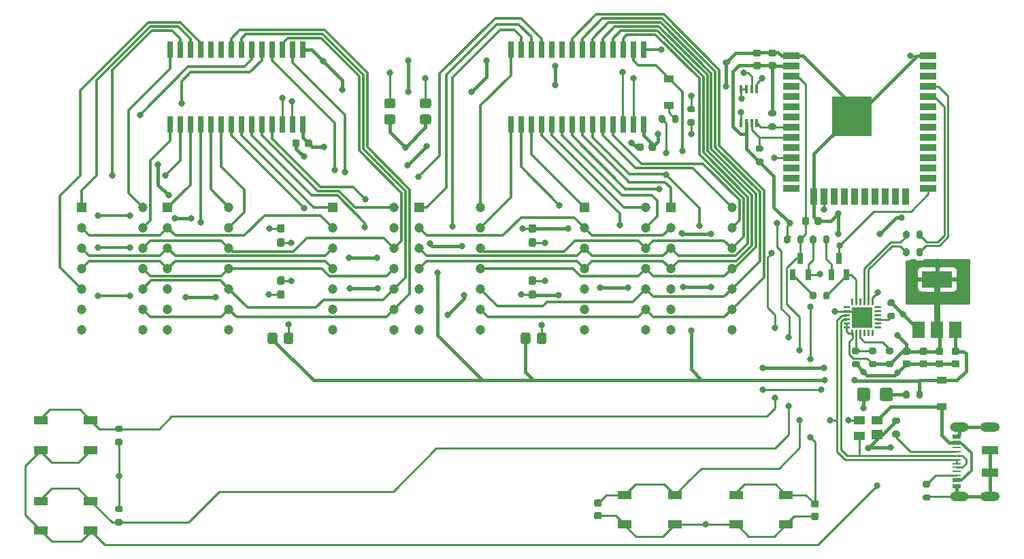
<source format=gbr>
G04 #@! TF.GenerationSoftware,KiCad,Pcbnew,(5.1.9)-1*
G04 #@! TF.CreationDate,2021-02-12T16:54:04+01:00*
G04 #@! TF.ProjectId,LTP305_ESP32_CLOCK,4c545033-3035-45f4-9553-5033325f434c,rev?*
G04 #@! TF.SameCoordinates,Original*
G04 #@! TF.FileFunction,Copper,L1,Top*
G04 #@! TF.FilePolarity,Positive*
%FSLAX46Y46*%
G04 Gerber Fmt 4.6, Leading zero omitted, Abs format (unit mm)*
G04 Created by KiCad (PCBNEW (5.1.9)-1) date 2021-02-12 16:54:04*
%MOMM*%
%LPD*%
G01*
G04 APERTURE LIST*
G04 #@! TA.AperFunction,SMDPad,CuDef*
%ADD10R,2.600000X2.600000*%
G04 #@! TD*
G04 #@! TA.AperFunction,SMDPad,CuDef*
%ADD11R,0.650000X2.100000*%
G04 #@! TD*
G04 #@! TA.AperFunction,ComponentPad*
%ADD12O,2.400000X1.200000*%
G04 #@! TD*
G04 #@! TA.AperFunction,ComponentPad*
%ADD13O,2.316000X1.158000*%
G04 #@! TD*
G04 #@! TA.AperFunction,SMDPad,CuDef*
%ADD14R,2.000000X1.000000*%
G04 #@! TD*
G04 #@! TA.AperFunction,SMDPad,CuDef*
%ADD15R,1.000000X0.270000*%
G04 #@! TD*
G04 #@! TA.AperFunction,SMDPad,CuDef*
%ADD16R,1.000000X0.520000*%
G04 #@! TD*
G04 #@! TA.AperFunction,SMDPad,CuDef*
%ADD17R,1.200000X0.900000*%
G04 #@! TD*
G04 #@! TA.AperFunction,SMDPad,CuDef*
%ADD18R,1.400000X1.200000*%
G04 #@! TD*
G04 #@! TA.AperFunction,SMDPad,CuDef*
%ADD19R,1.400000X1.000000*%
G04 #@! TD*
G04 #@! TA.AperFunction,ComponentPad*
%ADD20C,1.200000*%
G04 #@! TD*
G04 #@! TA.AperFunction,ComponentPad*
%ADD21R,1.200000X1.200000*%
G04 #@! TD*
G04 #@! TA.AperFunction,SMDPad,CuDef*
%ADD22R,0.650000X1.350000*%
G04 #@! TD*
G04 #@! TA.AperFunction,SMDPad,CuDef*
%ADD23R,1.800000X1.100000*%
G04 #@! TD*
G04 #@! TA.AperFunction,SMDPad,CuDef*
%ADD24R,3.800000X2.000000*%
G04 #@! TD*
G04 #@! TA.AperFunction,SMDPad,CuDef*
%ADD25R,1.500000X2.000000*%
G04 #@! TD*
G04 #@! TA.AperFunction,SMDPad,CuDef*
%ADD26R,0.400000X1.100000*%
G04 #@! TD*
G04 #@! TA.AperFunction,SMDPad,CuDef*
%ADD27R,5.000000X5.000000*%
G04 #@! TD*
G04 #@! TA.AperFunction,SMDPad,CuDef*
%ADD28R,2.000000X0.900000*%
G04 #@! TD*
G04 #@! TA.AperFunction,SMDPad,CuDef*
%ADD29R,0.900000X2.000000*%
G04 #@! TD*
G04 #@! TA.AperFunction,ViaPad*
%ADD30C,0.800000*%
G04 #@! TD*
G04 #@! TA.AperFunction,Conductor*
%ADD31C,0.381000*%
G04 #@! TD*
G04 #@! TA.AperFunction,Conductor*
%ADD32C,0.254000*%
G04 #@! TD*
G04 #@! TA.AperFunction,Conductor*
%ADD33C,0.304800*%
G04 #@! TD*
G04 #@! TA.AperFunction,Conductor*
%ADD34C,0.250000*%
G04 #@! TD*
G04 #@! TA.AperFunction,Conductor*
%ADD35C,0.800000*%
G04 #@! TD*
G04 #@! TA.AperFunction,Conductor*
%ADD36C,0.100000*%
G04 #@! TD*
G04 APERTURE END LIST*
G04 #@! TA.AperFunction,SMDPad,CuDef*
G36*
G01*
X131760000Y-139970000D02*
X131210000Y-139970000D01*
G75*
G02*
X131010000Y-139770000I0J200000D01*
G01*
X131010000Y-139370000D01*
G75*
G02*
X131210000Y-139170000I200000J0D01*
G01*
X131760000Y-139170000D01*
G75*
G02*
X131960000Y-139370000I0J-200000D01*
G01*
X131960000Y-139770000D01*
G75*
G02*
X131760000Y-139970000I-200000J0D01*
G01*
G37*
G04 #@! TD.AperFunction*
G04 #@! TA.AperFunction,SMDPad,CuDef*
G36*
G01*
X131760000Y-141620000D02*
X131210000Y-141620000D01*
G75*
G02*
X131010000Y-141420000I0J200000D01*
G01*
X131010000Y-141020000D01*
G75*
G02*
X131210000Y-140820000I200000J0D01*
G01*
X131760000Y-140820000D01*
G75*
G02*
X131960000Y-141020000I0J-200000D01*
G01*
X131960000Y-141420000D01*
G75*
G02*
X131760000Y-141620000I-200000J0D01*
G01*
G37*
G04 #@! TD.AperFunction*
G04 #@! TA.AperFunction,SMDPad,CuDef*
G36*
G01*
X131210000Y-130820000D02*
X131760000Y-130820000D01*
G75*
G02*
X131960000Y-131020000I0J-200000D01*
G01*
X131960000Y-131420000D01*
G75*
G02*
X131760000Y-131620000I-200000J0D01*
G01*
X131210000Y-131620000D01*
G75*
G02*
X131010000Y-131420000I0J200000D01*
G01*
X131010000Y-131020000D01*
G75*
G02*
X131210000Y-130820000I200000J0D01*
G01*
G37*
G04 #@! TD.AperFunction*
G04 #@! TA.AperFunction,SMDPad,CuDef*
G36*
G01*
X131210000Y-129170000D02*
X131760000Y-129170000D01*
G75*
G02*
X131960000Y-129370000I0J-200000D01*
G01*
X131960000Y-129770000D01*
G75*
G02*
X131760000Y-129970000I-200000J0D01*
G01*
X131210000Y-129970000D01*
G75*
G02*
X131010000Y-129770000I0J200000D01*
G01*
X131010000Y-129370000D01*
G75*
G02*
X131210000Y-129170000I200000J0D01*
G01*
G37*
G04 #@! TD.AperFunction*
G04 #@! TA.AperFunction,SMDPad,CuDef*
G36*
G01*
X229860000Y-105120000D02*
X229860000Y-105670000D01*
G75*
G02*
X229660000Y-105870000I-200000J0D01*
G01*
X229260000Y-105870000D01*
G75*
G02*
X229060000Y-105670000I0J200000D01*
G01*
X229060000Y-105120000D01*
G75*
G02*
X229260000Y-104920000I200000J0D01*
G01*
X229660000Y-104920000D01*
G75*
G02*
X229860000Y-105120000I0J-200000D01*
G01*
G37*
G04 #@! TD.AperFunction*
G04 #@! TA.AperFunction,SMDPad,CuDef*
G36*
G01*
X231510000Y-105120000D02*
X231510000Y-105670000D01*
G75*
G02*
X231310000Y-105870000I-200000J0D01*
G01*
X230910000Y-105870000D01*
G75*
G02*
X230710000Y-105670000I0J200000D01*
G01*
X230710000Y-105120000D01*
G75*
G02*
X230910000Y-104920000I200000J0D01*
G01*
X231310000Y-104920000D01*
G75*
G02*
X231510000Y-105120000I0J-200000D01*
G01*
G37*
G04 #@! TD.AperFunction*
G04 #@! TA.AperFunction,SMDPad,CuDef*
G36*
G01*
X229860000Y-107320000D02*
X229860000Y-107870000D01*
G75*
G02*
X229660000Y-108070000I-200000J0D01*
G01*
X229260000Y-108070000D01*
G75*
G02*
X229060000Y-107870000I0J200000D01*
G01*
X229060000Y-107320000D01*
G75*
G02*
X229260000Y-107120000I200000J0D01*
G01*
X229660000Y-107120000D01*
G75*
G02*
X229860000Y-107320000I0J-200000D01*
G01*
G37*
G04 #@! TD.AperFunction*
G04 #@! TA.AperFunction,SMDPad,CuDef*
G36*
G01*
X231510000Y-107320000D02*
X231510000Y-107870000D01*
G75*
G02*
X231310000Y-108070000I-200000J0D01*
G01*
X230910000Y-108070000D01*
G75*
G02*
X230710000Y-107870000I0J200000D01*
G01*
X230710000Y-107320000D01*
G75*
G02*
X230910000Y-107120000I200000J0D01*
G01*
X231310000Y-107120000D01*
G75*
G02*
X231510000Y-107320000I0J-200000D01*
G01*
G37*
G04 #@! TD.AperFunction*
G04 #@! TA.AperFunction,SMDPad,CuDef*
G36*
G01*
X227660000Y-120270000D02*
X227110000Y-120270000D01*
G75*
G02*
X226910000Y-120070000I0J200000D01*
G01*
X226910000Y-119670000D01*
G75*
G02*
X227110000Y-119470000I200000J0D01*
G01*
X227660000Y-119470000D01*
G75*
G02*
X227860000Y-119670000I0J-200000D01*
G01*
X227860000Y-120070000D01*
G75*
G02*
X227660000Y-120270000I-200000J0D01*
G01*
G37*
G04 #@! TD.AperFunction*
G04 #@! TA.AperFunction,SMDPad,CuDef*
G36*
G01*
X227660000Y-121920000D02*
X227110000Y-121920000D01*
G75*
G02*
X226910000Y-121720000I0J200000D01*
G01*
X226910000Y-121320000D01*
G75*
G02*
X227110000Y-121120000I200000J0D01*
G01*
X227660000Y-121120000D01*
G75*
G02*
X227860000Y-121320000I0J-200000D01*
G01*
X227860000Y-121720000D01*
G75*
G02*
X227660000Y-121920000I-200000J0D01*
G01*
G37*
G04 #@! TD.AperFunction*
G04 #@! TA.AperFunction,SMDPad,CuDef*
G36*
G01*
X215035000Y-105720000D02*
X215035000Y-106270000D01*
G75*
G02*
X214835000Y-106470000I-200000J0D01*
G01*
X214435000Y-106470000D01*
G75*
G02*
X214235000Y-106270000I0J200000D01*
G01*
X214235000Y-105720000D01*
G75*
G02*
X214435000Y-105520000I200000J0D01*
G01*
X214835000Y-105520000D01*
G75*
G02*
X215035000Y-105720000I0J-200000D01*
G01*
G37*
G04 #@! TD.AperFunction*
G04 #@! TA.AperFunction,SMDPad,CuDef*
G36*
G01*
X216685000Y-105720000D02*
X216685000Y-106270000D01*
G75*
G02*
X216485000Y-106470000I-200000J0D01*
G01*
X216085000Y-106470000D01*
G75*
G02*
X215885000Y-106270000I0J200000D01*
G01*
X215885000Y-105720000D01*
G75*
G02*
X216085000Y-105520000I200000J0D01*
G01*
X216485000Y-105520000D01*
G75*
G02*
X216685000Y-105720000I0J-200000D01*
G01*
G37*
G04 #@! TD.AperFunction*
G04 #@! TA.AperFunction,SMDPad,CuDef*
G36*
G01*
X227860000Y-114270000D02*
X227310000Y-114270000D01*
G75*
G02*
X227110000Y-114070000I0J200000D01*
G01*
X227110000Y-113670000D01*
G75*
G02*
X227310000Y-113470000I200000J0D01*
G01*
X227860000Y-113470000D01*
G75*
G02*
X228060000Y-113670000I0J-200000D01*
G01*
X228060000Y-114070000D01*
G75*
G02*
X227860000Y-114270000I-200000J0D01*
G01*
G37*
G04 #@! TD.AperFunction*
G04 #@! TA.AperFunction,SMDPad,CuDef*
G36*
G01*
X227860000Y-115920000D02*
X227310000Y-115920000D01*
G75*
G02*
X227110000Y-115720000I0J200000D01*
G01*
X227110000Y-115320000D01*
G75*
G02*
X227310000Y-115120000I200000J0D01*
G01*
X227860000Y-115120000D01*
G75*
G02*
X228060000Y-115320000I0J-200000D01*
G01*
X228060000Y-115720000D01*
G75*
G02*
X227860000Y-115920000I-200000J0D01*
G01*
G37*
G04 #@! TD.AperFunction*
G04 #@! TA.AperFunction,SMDPad,CuDef*
G36*
G01*
X223460000Y-120270000D02*
X222910000Y-120270000D01*
G75*
G02*
X222710000Y-120070000I0J200000D01*
G01*
X222710000Y-119670000D01*
G75*
G02*
X222910000Y-119470000I200000J0D01*
G01*
X223460000Y-119470000D01*
G75*
G02*
X223660000Y-119670000I0J-200000D01*
G01*
X223660000Y-120070000D01*
G75*
G02*
X223460000Y-120270000I-200000J0D01*
G01*
G37*
G04 #@! TD.AperFunction*
G04 #@! TA.AperFunction,SMDPad,CuDef*
G36*
G01*
X223460000Y-121920000D02*
X222910000Y-121920000D01*
G75*
G02*
X222710000Y-121720000I0J200000D01*
G01*
X222710000Y-121320000D01*
G75*
G02*
X222910000Y-121120000I200000J0D01*
G01*
X223460000Y-121120000D01*
G75*
G02*
X223660000Y-121320000I0J-200000D01*
G01*
X223660000Y-121720000D01*
G75*
G02*
X223460000Y-121920000I-200000J0D01*
G01*
G37*
G04 #@! TD.AperFunction*
G04 #@! TA.AperFunction,SMDPad,CuDef*
G36*
G01*
X202960000Y-90170000D02*
X202410000Y-90170000D01*
G75*
G02*
X202210000Y-89970000I0J200000D01*
G01*
X202210000Y-89570000D01*
G75*
G02*
X202410000Y-89370000I200000J0D01*
G01*
X202960000Y-89370000D01*
G75*
G02*
X203160000Y-89570000I0J-200000D01*
G01*
X203160000Y-89970000D01*
G75*
G02*
X202960000Y-90170000I-200000J0D01*
G01*
G37*
G04 #@! TD.AperFunction*
G04 #@! TA.AperFunction,SMDPad,CuDef*
G36*
G01*
X202960000Y-91820000D02*
X202410000Y-91820000D01*
G75*
G02*
X202210000Y-91620000I0J200000D01*
G01*
X202210000Y-91220000D01*
G75*
G02*
X202410000Y-91020000I200000J0D01*
G01*
X202960000Y-91020000D01*
G75*
G02*
X203160000Y-91220000I0J-200000D01*
G01*
X203160000Y-91620000D01*
G75*
G02*
X202960000Y-91820000I-200000J0D01*
G01*
G37*
G04 #@! TD.AperFunction*
G04 #@! TA.AperFunction,SMDPad,CuDef*
G36*
G01*
X213060000Y-90695000D02*
X212510000Y-90695000D01*
G75*
G02*
X212310000Y-90495000I0J200000D01*
G01*
X212310000Y-90095000D01*
G75*
G02*
X212510000Y-89895000I200000J0D01*
G01*
X213060000Y-89895000D01*
G75*
G02*
X213260000Y-90095000I0J-200000D01*
G01*
X213260000Y-90495000D01*
G75*
G02*
X213060000Y-90695000I-200000J0D01*
G01*
G37*
G04 #@! TD.AperFunction*
G04 #@! TA.AperFunction,SMDPad,CuDef*
G36*
G01*
X213060000Y-92345000D02*
X212510000Y-92345000D01*
G75*
G02*
X212310000Y-92145000I0J200000D01*
G01*
X212310000Y-91745000D01*
G75*
G02*
X212510000Y-91545000I200000J0D01*
G01*
X213060000Y-91545000D01*
G75*
G02*
X213260000Y-91745000I0J-200000D01*
G01*
X213260000Y-92145000D01*
G75*
G02*
X213060000Y-92345000I-200000J0D01*
G01*
G37*
G04 #@! TD.AperFunction*
G04 #@! TA.AperFunction,SMDPad,CuDef*
G36*
G01*
X210910000Y-95920000D02*
X211460000Y-95920000D01*
G75*
G02*
X211660000Y-96120000I0J-200000D01*
G01*
X211660000Y-96520000D01*
G75*
G02*
X211460000Y-96720000I-200000J0D01*
G01*
X210910000Y-96720000D01*
G75*
G02*
X210710000Y-96520000I0J200000D01*
G01*
X210710000Y-96120000D01*
G75*
G02*
X210910000Y-95920000I200000J0D01*
G01*
G37*
G04 #@! TD.AperFunction*
G04 #@! TA.AperFunction,SMDPad,CuDef*
G36*
G01*
X210910000Y-94270000D02*
X211460000Y-94270000D01*
G75*
G02*
X211660000Y-94470000I0J-200000D01*
G01*
X211660000Y-94870000D01*
G75*
G02*
X211460000Y-95070000I-200000J0D01*
G01*
X210910000Y-95070000D01*
G75*
G02*
X210710000Y-94870000I0J200000D01*
G01*
X210710000Y-94470000D01*
G75*
G02*
X210910000Y-94270000I200000J0D01*
G01*
G37*
G04 #@! TD.AperFunction*
G04 #@! TA.AperFunction,SMDPad,CuDef*
G36*
G01*
X218260000Y-105720000D02*
X218260000Y-106270000D01*
G75*
G02*
X218060000Y-106470000I-200000J0D01*
G01*
X217660000Y-106470000D01*
G75*
G02*
X217460000Y-106270000I0J200000D01*
G01*
X217460000Y-105720000D01*
G75*
G02*
X217660000Y-105520000I200000J0D01*
G01*
X218060000Y-105520000D01*
G75*
G02*
X218260000Y-105720000I0J-200000D01*
G01*
G37*
G04 #@! TD.AperFunction*
G04 #@! TA.AperFunction,SMDPad,CuDef*
G36*
G01*
X219910000Y-105720000D02*
X219910000Y-106270000D01*
G75*
G02*
X219710000Y-106470000I-200000J0D01*
G01*
X219310000Y-106470000D01*
G75*
G02*
X219110000Y-106270000I0J200000D01*
G01*
X219110000Y-105720000D01*
G75*
G02*
X219310000Y-105520000I200000J0D01*
G01*
X219710000Y-105520000D01*
G75*
G02*
X219910000Y-105720000I0J-200000D01*
G01*
G37*
G04 #@! TD.AperFunction*
G04 #@! TA.AperFunction,SMDPad,CuDef*
G36*
G01*
X219110000Y-113270000D02*
X219110000Y-112720000D01*
G75*
G02*
X219310000Y-112520000I200000J0D01*
G01*
X219710000Y-112520000D01*
G75*
G02*
X219910000Y-112720000I0J-200000D01*
G01*
X219910000Y-113270000D01*
G75*
G02*
X219710000Y-113470000I-200000J0D01*
G01*
X219310000Y-113470000D01*
G75*
G02*
X219110000Y-113270000I0J200000D01*
G01*
G37*
G04 #@! TD.AperFunction*
G04 #@! TA.AperFunction,SMDPad,CuDef*
G36*
G01*
X217460000Y-113270000D02*
X217460000Y-112720000D01*
G75*
G02*
X217660000Y-112520000I200000J0D01*
G01*
X218060000Y-112520000D01*
G75*
G02*
X218260000Y-112720000I0J-200000D01*
G01*
X218260000Y-113270000D01*
G75*
G02*
X218060000Y-113470000I-200000J0D01*
G01*
X217660000Y-113470000D01*
G75*
G02*
X217460000Y-113270000I0J200000D01*
G01*
G37*
G04 #@! TD.AperFunction*
G04 #@! TA.AperFunction,SMDPad,CuDef*
G36*
G01*
X225010000Y-121120000D02*
X225560000Y-121120000D01*
G75*
G02*
X225760000Y-121320000I0J-200000D01*
G01*
X225760000Y-121720000D01*
G75*
G02*
X225560000Y-121920000I-200000J0D01*
G01*
X225010000Y-121920000D01*
G75*
G02*
X224810000Y-121720000I0J200000D01*
G01*
X224810000Y-121320000D01*
G75*
G02*
X225010000Y-121120000I200000J0D01*
G01*
G37*
G04 #@! TD.AperFunction*
G04 #@! TA.AperFunction,SMDPad,CuDef*
G36*
G01*
X225010000Y-119470000D02*
X225560000Y-119470000D01*
G75*
G02*
X225760000Y-119670000I0J-200000D01*
G01*
X225760000Y-120070000D01*
G75*
G02*
X225560000Y-120270000I-200000J0D01*
G01*
X225010000Y-120270000D01*
G75*
G02*
X224810000Y-120070000I0J200000D01*
G01*
X224810000Y-119670000D01*
G75*
G02*
X225010000Y-119470000I200000J0D01*
G01*
G37*
G04 #@! TD.AperFunction*
G04 #@! TA.AperFunction,SMDPad,CuDef*
G36*
G01*
X229860000Y-125020000D02*
X229860000Y-125570000D01*
G75*
G02*
X229660000Y-125770000I-200000J0D01*
G01*
X229260000Y-125770000D01*
G75*
G02*
X229060000Y-125570000I0J200000D01*
G01*
X229060000Y-125020000D01*
G75*
G02*
X229260000Y-124820000I200000J0D01*
G01*
X229660000Y-124820000D01*
G75*
G02*
X229860000Y-125020000I0J-200000D01*
G01*
G37*
G04 #@! TD.AperFunction*
G04 #@! TA.AperFunction,SMDPad,CuDef*
G36*
G01*
X231510000Y-125020000D02*
X231510000Y-125570000D01*
G75*
G02*
X231310000Y-125770000I-200000J0D01*
G01*
X230910000Y-125770000D01*
G75*
G02*
X230710000Y-125570000I0J200000D01*
G01*
X230710000Y-125020000D01*
G75*
G02*
X230910000Y-124820000I200000J0D01*
G01*
X231310000Y-124820000D01*
G75*
G02*
X231510000Y-125020000I0J-200000D01*
G01*
G37*
G04 #@! TD.AperFunction*
G04 #@! TA.AperFunction,SMDPad,CuDef*
G36*
G01*
X199460000Y-90720000D02*
X199460000Y-91270000D01*
G75*
G02*
X199260000Y-91470000I-200000J0D01*
G01*
X198860000Y-91470000D01*
G75*
G02*
X198660000Y-91270000I0J200000D01*
G01*
X198660000Y-90720000D01*
G75*
G02*
X198860000Y-90520000I200000J0D01*
G01*
X199260000Y-90520000D01*
G75*
G02*
X199460000Y-90720000I0J-200000D01*
G01*
G37*
G04 #@! TD.AperFunction*
G04 #@! TA.AperFunction,SMDPad,CuDef*
G36*
G01*
X201110000Y-90720000D02*
X201110000Y-91270000D01*
G75*
G02*
X200910000Y-91470000I-200000J0D01*
G01*
X200510000Y-91470000D01*
G75*
G02*
X200310000Y-91270000I0J200000D01*
G01*
X200310000Y-90720000D01*
G75*
G02*
X200510000Y-90520000I200000J0D01*
G01*
X200910000Y-90520000D01*
G75*
G02*
X201110000Y-90720000I0J-200000D01*
G01*
G37*
G04 #@! TD.AperFunction*
G04 #@! TA.AperFunction,SMDPad,CuDef*
G36*
G01*
X228460000Y-128970000D02*
X227910000Y-128970000D01*
G75*
G02*
X227710000Y-128770000I0J200000D01*
G01*
X227710000Y-128370000D01*
G75*
G02*
X227910000Y-128170000I200000J0D01*
G01*
X228460000Y-128170000D01*
G75*
G02*
X228660000Y-128370000I0J-200000D01*
G01*
X228660000Y-128770000D01*
G75*
G02*
X228460000Y-128970000I-200000J0D01*
G01*
G37*
G04 #@! TD.AperFunction*
G04 #@! TA.AperFunction,SMDPad,CuDef*
G36*
G01*
X228460000Y-130620000D02*
X227910000Y-130620000D01*
G75*
G02*
X227710000Y-130420000I0J200000D01*
G01*
X227710000Y-130020000D01*
G75*
G02*
X227910000Y-129820000I200000J0D01*
G01*
X228460000Y-129820000D01*
G75*
G02*
X228660000Y-130020000I0J-200000D01*
G01*
X228660000Y-130420000D01*
G75*
G02*
X228460000Y-130620000I-200000J0D01*
G01*
G37*
G04 #@! TD.AperFunction*
G04 #@! TA.AperFunction,SMDPad,CuDef*
G36*
G01*
X231710000Y-137720000D02*
X232260000Y-137720000D01*
G75*
G02*
X232460000Y-137920000I0J-200000D01*
G01*
X232460000Y-138320000D01*
G75*
G02*
X232260000Y-138520000I-200000J0D01*
G01*
X231710000Y-138520000D01*
G75*
G02*
X231510000Y-138320000I0J200000D01*
G01*
X231510000Y-137920000D01*
G75*
G02*
X231710000Y-137720000I200000J0D01*
G01*
G37*
G04 #@! TD.AperFunction*
G04 #@! TA.AperFunction,SMDPad,CuDef*
G36*
G01*
X231710000Y-136070000D02*
X232260000Y-136070000D01*
G75*
G02*
X232460000Y-136270000I0J-200000D01*
G01*
X232460000Y-136670000D01*
G75*
G02*
X232260000Y-136870000I-200000J0D01*
G01*
X231710000Y-136870000D01*
G75*
G02*
X231510000Y-136670000I0J200000D01*
G01*
X231510000Y-136270000D01*
G75*
G02*
X231710000Y-136070000I200000J0D01*
G01*
G37*
G04 #@! TD.AperFunction*
G04 #@! TA.AperFunction,SMDPad,CuDef*
G36*
G01*
X196760000Y-94245000D02*
X196760000Y-94745000D01*
G75*
G02*
X196535000Y-94970000I-225000J0D01*
G01*
X196085000Y-94970000D01*
G75*
G02*
X195860000Y-94745000I0J225000D01*
G01*
X195860000Y-94245000D01*
G75*
G02*
X196085000Y-94020000I225000J0D01*
G01*
X196535000Y-94020000D01*
G75*
G02*
X196760000Y-94245000I0J-225000D01*
G01*
G37*
G04 #@! TD.AperFunction*
G04 #@! TA.AperFunction,SMDPad,CuDef*
G36*
G01*
X198310000Y-94245000D02*
X198310000Y-94745000D01*
G75*
G02*
X198085000Y-94970000I-225000J0D01*
G01*
X197635000Y-94970000D01*
G75*
G02*
X197410000Y-94745000I0J225000D01*
G01*
X197410000Y-94245000D01*
G75*
G02*
X197635000Y-94020000I225000J0D01*
G01*
X198085000Y-94020000D01*
G75*
G02*
X198310000Y-94245000I0J-225000D01*
G01*
G37*
G04 #@! TD.AperFunction*
G04 #@! TA.AperFunction,SMDPad,CuDef*
G36*
G01*
X153960000Y-93755000D02*
X153960000Y-94255000D01*
G75*
G02*
X153735000Y-94480000I-225000J0D01*
G01*
X153285000Y-94480000D01*
G75*
G02*
X153060000Y-94255000I0J225000D01*
G01*
X153060000Y-93755000D01*
G75*
G02*
X153285000Y-93530000I225000J0D01*
G01*
X153735000Y-93530000D01*
G75*
G02*
X153960000Y-93755000I0J-225000D01*
G01*
G37*
G04 #@! TD.AperFunction*
G04 #@! TA.AperFunction,SMDPad,CuDef*
G36*
G01*
X155510000Y-93755000D02*
X155510000Y-94255000D01*
G75*
G02*
X155285000Y-94480000I-225000J0D01*
G01*
X154835000Y-94480000D01*
G75*
G02*
X154610000Y-94255000I0J225000D01*
G01*
X154610000Y-93755000D01*
G75*
G02*
X154835000Y-93530000I225000J0D01*
G01*
X155285000Y-93530000D01*
G75*
G02*
X155510000Y-93755000I0J-225000D01*
G01*
G37*
G04 #@! TD.AperFunction*
G04 #@! TA.AperFunction,SMDPad,CuDef*
G36*
G01*
X210635000Y-83895000D02*
X211135000Y-83895000D01*
G75*
G02*
X211360000Y-84120000I0J-225000D01*
G01*
X211360000Y-84570000D01*
G75*
G02*
X211135000Y-84795000I-225000J0D01*
G01*
X210635000Y-84795000D01*
G75*
G02*
X210410000Y-84570000I0J225000D01*
G01*
X210410000Y-84120000D01*
G75*
G02*
X210635000Y-83895000I225000J0D01*
G01*
G37*
G04 #@! TD.AperFunction*
G04 #@! TA.AperFunction,SMDPad,CuDef*
G36*
G01*
X210635000Y-82345000D02*
X211135000Y-82345000D01*
G75*
G02*
X211360000Y-82570000I0J-225000D01*
G01*
X211360000Y-83020000D01*
G75*
G02*
X211135000Y-83245000I-225000J0D01*
G01*
X210635000Y-83245000D01*
G75*
G02*
X210410000Y-83020000I0J225000D01*
G01*
X210410000Y-82570000D01*
G75*
G02*
X210635000Y-82345000I225000J0D01*
G01*
G37*
G04 #@! TD.AperFunction*
G04 #@! TA.AperFunction,SMDPad,CuDef*
G36*
G01*
X212535000Y-83895000D02*
X213035000Y-83895000D01*
G75*
G02*
X213260000Y-84120000I0J-225000D01*
G01*
X213260000Y-84570000D01*
G75*
G02*
X213035000Y-84795000I-225000J0D01*
G01*
X212535000Y-84795000D01*
G75*
G02*
X212310000Y-84570000I0J225000D01*
G01*
X212310000Y-84120000D01*
G75*
G02*
X212535000Y-83895000I225000J0D01*
G01*
G37*
G04 #@! TD.AperFunction*
G04 #@! TA.AperFunction,SMDPad,CuDef*
G36*
G01*
X212535000Y-82345000D02*
X213035000Y-82345000D01*
G75*
G02*
X213260000Y-82570000I0J-225000D01*
G01*
X213260000Y-83020000D01*
G75*
G02*
X213035000Y-83245000I-225000J0D01*
G01*
X212535000Y-83245000D01*
G75*
G02*
X212310000Y-83020000I0J225000D01*
G01*
X212310000Y-82570000D01*
G75*
G02*
X212535000Y-82345000I225000J0D01*
G01*
G37*
G04 #@! TD.AperFunction*
G04 #@! TA.AperFunction,SMDPad,CuDef*
G36*
G01*
X229735000Y-120370000D02*
X229235000Y-120370000D01*
G75*
G02*
X229010000Y-120145000I0J225000D01*
G01*
X229010000Y-119695000D01*
G75*
G02*
X229235000Y-119470000I225000J0D01*
G01*
X229735000Y-119470000D01*
G75*
G02*
X229960000Y-119695000I0J-225000D01*
G01*
X229960000Y-120145000D01*
G75*
G02*
X229735000Y-120370000I-225000J0D01*
G01*
G37*
G04 #@! TD.AperFunction*
G04 #@! TA.AperFunction,SMDPad,CuDef*
G36*
G01*
X229735000Y-121920000D02*
X229235000Y-121920000D01*
G75*
G02*
X229010000Y-121695000I0J225000D01*
G01*
X229010000Y-121245000D01*
G75*
G02*
X229235000Y-121020000I225000J0D01*
G01*
X229735000Y-121020000D01*
G75*
G02*
X229960000Y-121245000I0J-225000D01*
G01*
X229960000Y-121695000D01*
G75*
G02*
X229735000Y-121920000I-225000J0D01*
G01*
G37*
G04 #@! TD.AperFunction*
G04 #@! TA.AperFunction,SMDPad,CuDef*
G36*
G01*
X231835000Y-120370000D02*
X231335000Y-120370000D01*
G75*
G02*
X231110000Y-120145000I0J225000D01*
G01*
X231110000Y-119695000D01*
G75*
G02*
X231335000Y-119470000I225000J0D01*
G01*
X231835000Y-119470000D01*
G75*
G02*
X232060000Y-119695000I0J-225000D01*
G01*
X232060000Y-120145000D01*
G75*
G02*
X231835000Y-120370000I-225000J0D01*
G01*
G37*
G04 #@! TD.AperFunction*
G04 #@! TA.AperFunction,SMDPad,CuDef*
G36*
G01*
X231835000Y-121920000D02*
X231335000Y-121920000D01*
G75*
G02*
X231110000Y-121695000I0J225000D01*
G01*
X231110000Y-121245000D01*
G75*
G02*
X231335000Y-121020000I225000J0D01*
G01*
X231835000Y-121020000D01*
G75*
G02*
X232060000Y-121245000I0J-225000D01*
G01*
X232060000Y-121695000D01*
G75*
G02*
X231835000Y-121920000I-225000J0D01*
G01*
G37*
G04 #@! TD.AperFunction*
G04 #@! TA.AperFunction,SMDPad,CuDef*
G36*
G01*
X217385000Y-103445000D02*
X217385000Y-103945000D01*
G75*
G02*
X217160000Y-104170000I-225000J0D01*
G01*
X216710000Y-104170000D01*
G75*
G02*
X216485000Y-103945000I0J225000D01*
G01*
X216485000Y-103445000D01*
G75*
G02*
X216710000Y-103220000I225000J0D01*
G01*
X217160000Y-103220000D01*
G75*
G02*
X217385000Y-103445000I0J-225000D01*
G01*
G37*
G04 #@! TD.AperFunction*
G04 #@! TA.AperFunction,SMDPad,CuDef*
G36*
G01*
X218935000Y-103445000D02*
X218935000Y-103945000D01*
G75*
G02*
X218710000Y-104170000I-225000J0D01*
G01*
X218260000Y-104170000D01*
G75*
G02*
X218035000Y-103945000I0J225000D01*
G01*
X218035000Y-103445000D01*
G75*
G02*
X218260000Y-103220000I225000J0D01*
G01*
X218710000Y-103220000D01*
G75*
G02*
X218935000Y-103445000I0J-225000D01*
G01*
G37*
G04 #@! TD.AperFunction*
G04 #@! TA.AperFunction,SMDPad,CuDef*
G36*
G01*
X217835000Y-140020000D02*
X218335000Y-140020000D01*
G75*
G02*
X218560000Y-140245000I0J-225000D01*
G01*
X218560000Y-140695000D01*
G75*
G02*
X218335000Y-140920000I-225000J0D01*
G01*
X217835000Y-140920000D01*
G75*
G02*
X217610000Y-140695000I0J225000D01*
G01*
X217610000Y-140245000D01*
G75*
G02*
X217835000Y-140020000I225000J0D01*
G01*
G37*
G04 #@! TD.AperFunction*
G04 #@! TA.AperFunction,SMDPad,CuDef*
G36*
G01*
X217835000Y-138470000D02*
X218335000Y-138470000D01*
G75*
G02*
X218560000Y-138695000I0J-225000D01*
G01*
X218560000Y-139145000D01*
G75*
G02*
X218335000Y-139370000I-225000J0D01*
G01*
X217835000Y-139370000D01*
G75*
G02*
X217610000Y-139145000I0J225000D01*
G01*
X217610000Y-138695000D01*
G75*
G02*
X217835000Y-138470000I225000J0D01*
G01*
G37*
G04 #@! TD.AperFunction*
G04 #@! TA.AperFunction,SMDPad,CuDef*
G36*
G01*
X190835000Y-139920000D02*
X191335000Y-139920000D01*
G75*
G02*
X191560000Y-140145000I0J-225000D01*
G01*
X191560000Y-140595000D01*
G75*
G02*
X191335000Y-140820000I-225000J0D01*
G01*
X190835000Y-140820000D01*
G75*
G02*
X190610000Y-140595000I0J225000D01*
G01*
X190610000Y-140145000D01*
G75*
G02*
X190835000Y-139920000I225000J0D01*
G01*
G37*
G04 #@! TD.AperFunction*
G04 #@! TA.AperFunction,SMDPad,CuDef*
G36*
G01*
X190835000Y-138370000D02*
X191335000Y-138370000D01*
G75*
G02*
X191560000Y-138595000I0J-225000D01*
G01*
X191560000Y-139045000D01*
G75*
G02*
X191335000Y-139270000I-225000J0D01*
G01*
X190835000Y-139270000D01*
G75*
G02*
X190610000Y-139045000I0J225000D01*
G01*
X190610000Y-138595000D01*
G75*
G02*
X190835000Y-138370000I225000J0D01*
G01*
G37*
G04 #@! TD.AperFunction*
G04 #@! TA.AperFunction,SMDPad,CuDef*
G36*
G01*
X233335000Y-121020000D02*
X233835000Y-121020000D01*
G75*
G02*
X234060000Y-121245000I0J-225000D01*
G01*
X234060000Y-121695000D01*
G75*
G02*
X233835000Y-121920000I-225000J0D01*
G01*
X233335000Y-121920000D01*
G75*
G02*
X233110000Y-121695000I0J225000D01*
G01*
X233110000Y-121245000D01*
G75*
G02*
X233335000Y-121020000I225000J0D01*
G01*
G37*
G04 #@! TD.AperFunction*
G04 #@! TA.AperFunction,SMDPad,CuDef*
G36*
G01*
X233335000Y-119470000D02*
X233835000Y-119470000D01*
G75*
G02*
X234060000Y-119695000I0J-225000D01*
G01*
X234060000Y-120145000D01*
G75*
G02*
X233835000Y-120370000I-225000J0D01*
G01*
X233335000Y-120370000D01*
G75*
G02*
X233110000Y-120145000I0J225000D01*
G01*
X233110000Y-119695000D01*
G75*
G02*
X233335000Y-119470000I225000J0D01*
G01*
G37*
G04 #@! TD.AperFunction*
G04 #@! TA.AperFunction,SMDPad,CuDef*
G36*
G01*
X235335000Y-121020000D02*
X235835000Y-121020000D01*
G75*
G02*
X236060000Y-121245000I0J-225000D01*
G01*
X236060000Y-121695000D01*
G75*
G02*
X235835000Y-121920000I-225000J0D01*
G01*
X235335000Y-121920000D01*
G75*
G02*
X235110000Y-121695000I0J225000D01*
G01*
X235110000Y-121245000D01*
G75*
G02*
X235335000Y-121020000I225000J0D01*
G01*
G37*
G04 #@! TD.AperFunction*
G04 #@! TA.AperFunction,SMDPad,CuDef*
G36*
G01*
X235335000Y-119470000D02*
X235835000Y-119470000D01*
G75*
G02*
X236060000Y-119695000I0J-225000D01*
G01*
X236060000Y-120145000D01*
G75*
G02*
X235835000Y-120370000I-225000J0D01*
G01*
X235335000Y-120370000D01*
G75*
G02*
X235110000Y-120145000I0J225000D01*
G01*
X235110000Y-119695000D01*
G75*
G02*
X235335000Y-119470000I225000J0D01*
G01*
G37*
G04 #@! TD.AperFunction*
D10*
X223985000Y-115695000D03*
G04 #@! TA.AperFunction,SMDPad,CuDef*
G36*
G01*
X222610000Y-114107500D02*
X222610000Y-113407500D01*
G75*
G02*
X222672500Y-113345000I62500J0D01*
G01*
X222797500Y-113345000D01*
G75*
G02*
X222860000Y-113407500I0J-62500D01*
G01*
X222860000Y-114107500D01*
G75*
G02*
X222797500Y-114170000I-62500J0D01*
G01*
X222672500Y-114170000D01*
G75*
G02*
X222610000Y-114107500I0J62500D01*
G01*
G37*
G04 #@! TD.AperFunction*
G04 #@! TA.AperFunction,SMDPad,CuDef*
G36*
G01*
X223110000Y-114107500D02*
X223110000Y-113407500D01*
G75*
G02*
X223172500Y-113345000I62500J0D01*
G01*
X223297500Y-113345000D01*
G75*
G02*
X223360000Y-113407500I0J-62500D01*
G01*
X223360000Y-114107500D01*
G75*
G02*
X223297500Y-114170000I-62500J0D01*
G01*
X223172500Y-114170000D01*
G75*
G02*
X223110000Y-114107500I0J62500D01*
G01*
G37*
G04 #@! TD.AperFunction*
G04 #@! TA.AperFunction,SMDPad,CuDef*
G36*
G01*
X223610000Y-114107500D02*
X223610000Y-113407500D01*
G75*
G02*
X223672500Y-113345000I62500J0D01*
G01*
X223797500Y-113345000D01*
G75*
G02*
X223860000Y-113407500I0J-62500D01*
G01*
X223860000Y-114107500D01*
G75*
G02*
X223797500Y-114170000I-62500J0D01*
G01*
X223672500Y-114170000D01*
G75*
G02*
X223610000Y-114107500I0J62500D01*
G01*
G37*
G04 #@! TD.AperFunction*
G04 #@! TA.AperFunction,SMDPad,CuDef*
G36*
G01*
X224110000Y-114107500D02*
X224110000Y-113407500D01*
G75*
G02*
X224172500Y-113345000I62500J0D01*
G01*
X224297500Y-113345000D01*
G75*
G02*
X224360000Y-113407500I0J-62500D01*
G01*
X224360000Y-114107500D01*
G75*
G02*
X224297500Y-114170000I-62500J0D01*
G01*
X224172500Y-114170000D01*
G75*
G02*
X224110000Y-114107500I0J62500D01*
G01*
G37*
G04 #@! TD.AperFunction*
G04 #@! TA.AperFunction,SMDPad,CuDef*
G36*
G01*
X224610000Y-114107500D02*
X224610000Y-113407500D01*
G75*
G02*
X224672500Y-113345000I62500J0D01*
G01*
X224797500Y-113345000D01*
G75*
G02*
X224860000Y-113407500I0J-62500D01*
G01*
X224860000Y-114107500D01*
G75*
G02*
X224797500Y-114170000I-62500J0D01*
G01*
X224672500Y-114170000D01*
G75*
G02*
X224610000Y-114107500I0J62500D01*
G01*
G37*
G04 #@! TD.AperFunction*
G04 #@! TA.AperFunction,SMDPad,CuDef*
G36*
G01*
X225110000Y-114107500D02*
X225110000Y-113407500D01*
G75*
G02*
X225172500Y-113345000I62500J0D01*
G01*
X225297500Y-113345000D01*
G75*
G02*
X225360000Y-113407500I0J-62500D01*
G01*
X225360000Y-114107500D01*
G75*
G02*
X225297500Y-114170000I-62500J0D01*
G01*
X225172500Y-114170000D01*
G75*
G02*
X225110000Y-114107500I0J62500D01*
G01*
G37*
G04 #@! TD.AperFunction*
G04 #@! TA.AperFunction,SMDPad,CuDef*
G36*
G01*
X225510000Y-114507500D02*
X225510000Y-114382500D01*
G75*
G02*
X225572500Y-114320000I62500J0D01*
G01*
X226272500Y-114320000D01*
G75*
G02*
X226335000Y-114382500I0J-62500D01*
G01*
X226335000Y-114507500D01*
G75*
G02*
X226272500Y-114570000I-62500J0D01*
G01*
X225572500Y-114570000D01*
G75*
G02*
X225510000Y-114507500I0J62500D01*
G01*
G37*
G04 #@! TD.AperFunction*
G04 #@! TA.AperFunction,SMDPad,CuDef*
G36*
G01*
X225510000Y-115007500D02*
X225510000Y-114882500D01*
G75*
G02*
X225572500Y-114820000I62500J0D01*
G01*
X226272500Y-114820000D01*
G75*
G02*
X226335000Y-114882500I0J-62500D01*
G01*
X226335000Y-115007500D01*
G75*
G02*
X226272500Y-115070000I-62500J0D01*
G01*
X225572500Y-115070000D01*
G75*
G02*
X225510000Y-115007500I0J62500D01*
G01*
G37*
G04 #@! TD.AperFunction*
G04 #@! TA.AperFunction,SMDPad,CuDef*
G36*
G01*
X225510000Y-115507500D02*
X225510000Y-115382500D01*
G75*
G02*
X225572500Y-115320000I62500J0D01*
G01*
X226272500Y-115320000D01*
G75*
G02*
X226335000Y-115382500I0J-62500D01*
G01*
X226335000Y-115507500D01*
G75*
G02*
X226272500Y-115570000I-62500J0D01*
G01*
X225572500Y-115570000D01*
G75*
G02*
X225510000Y-115507500I0J62500D01*
G01*
G37*
G04 #@! TD.AperFunction*
G04 #@! TA.AperFunction,SMDPad,CuDef*
G36*
G01*
X225510000Y-116007500D02*
X225510000Y-115882500D01*
G75*
G02*
X225572500Y-115820000I62500J0D01*
G01*
X226272500Y-115820000D01*
G75*
G02*
X226335000Y-115882500I0J-62500D01*
G01*
X226335000Y-116007500D01*
G75*
G02*
X226272500Y-116070000I-62500J0D01*
G01*
X225572500Y-116070000D01*
G75*
G02*
X225510000Y-116007500I0J62500D01*
G01*
G37*
G04 #@! TD.AperFunction*
G04 #@! TA.AperFunction,SMDPad,CuDef*
G36*
G01*
X225510000Y-116507500D02*
X225510000Y-116382500D01*
G75*
G02*
X225572500Y-116320000I62500J0D01*
G01*
X226272500Y-116320000D01*
G75*
G02*
X226335000Y-116382500I0J-62500D01*
G01*
X226335000Y-116507500D01*
G75*
G02*
X226272500Y-116570000I-62500J0D01*
G01*
X225572500Y-116570000D01*
G75*
G02*
X225510000Y-116507500I0J62500D01*
G01*
G37*
G04 #@! TD.AperFunction*
G04 #@! TA.AperFunction,SMDPad,CuDef*
G36*
G01*
X225510000Y-117007500D02*
X225510000Y-116882500D01*
G75*
G02*
X225572500Y-116820000I62500J0D01*
G01*
X226272500Y-116820000D01*
G75*
G02*
X226335000Y-116882500I0J-62500D01*
G01*
X226335000Y-117007500D01*
G75*
G02*
X226272500Y-117070000I-62500J0D01*
G01*
X225572500Y-117070000D01*
G75*
G02*
X225510000Y-117007500I0J62500D01*
G01*
G37*
G04 #@! TD.AperFunction*
G04 #@! TA.AperFunction,SMDPad,CuDef*
G36*
G01*
X225110000Y-117982500D02*
X225110000Y-117282500D01*
G75*
G02*
X225172500Y-117220000I62500J0D01*
G01*
X225297500Y-117220000D01*
G75*
G02*
X225360000Y-117282500I0J-62500D01*
G01*
X225360000Y-117982500D01*
G75*
G02*
X225297500Y-118045000I-62500J0D01*
G01*
X225172500Y-118045000D01*
G75*
G02*
X225110000Y-117982500I0J62500D01*
G01*
G37*
G04 #@! TD.AperFunction*
G04 #@! TA.AperFunction,SMDPad,CuDef*
G36*
G01*
X224610000Y-117982500D02*
X224610000Y-117282500D01*
G75*
G02*
X224672500Y-117220000I62500J0D01*
G01*
X224797500Y-117220000D01*
G75*
G02*
X224860000Y-117282500I0J-62500D01*
G01*
X224860000Y-117982500D01*
G75*
G02*
X224797500Y-118045000I-62500J0D01*
G01*
X224672500Y-118045000D01*
G75*
G02*
X224610000Y-117982500I0J62500D01*
G01*
G37*
G04 #@! TD.AperFunction*
G04 #@! TA.AperFunction,SMDPad,CuDef*
G36*
G01*
X224110000Y-117982500D02*
X224110000Y-117282500D01*
G75*
G02*
X224172500Y-117220000I62500J0D01*
G01*
X224297500Y-117220000D01*
G75*
G02*
X224360000Y-117282500I0J-62500D01*
G01*
X224360000Y-117982500D01*
G75*
G02*
X224297500Y-118045000I-62500J0D01*
G01*
X224172500Y-118045000D01*
G75*
G02*
X224110000Y-117982500I0J62500D01*
G01*
G37*
G04 #@! TD.AperFunction*
G04 #@! TA.AperFunction,SMDPad,CuDef*
G36*
G01*
X223610000Y-117982500D02*
X223610000Y-117282500D01*
G75*
G02*
X223672500Y-117220000I62500J0D01*
G01*
X223797500Y-117220000D01*
G75*
G02*
X223860000Y-117282500I0J-62500D01*
G01*
X223860000Y-117982500D01*
G75*
G02*
X223797500Y-118045000I-62500J0D01*
G01*
X223672500Y-118045000D01*
G75*
G02*
X223610000Y-117982500I0J62500D01*
G01*
G37*
G04 #@! TD.AperFunction*
G04 #@! TA.AperFunction,SMDPad,CuDef*
G36*
G01*
X223110000Y-117982500D02*
X223110000Y-117282500D01*
G75*
G02*
X223172500Y-117220000I62500J0D01*
G01*
X223297500Y-117220000D01*
G75*
G02*
X223360000Y-117282500I0J-62500D01*
G01*
X223360000Y-117982500D01*
G75*
G02*
X223297500Y-118045000I-62500J0D01*
G01*
X223172500Y-118045000D01*
G75*
G02*
X223110000Y-117982500I0J62500D01*
G01*
G37*
G04 #@! TD.AperFunction*
G04 #@! TA.AperFunction,SMDPad,CuDef*
G36*
G01*
X222610000Y-117982500D02*
X222610000Y-117282500D01*
G75*
G02*
X222672500Y-117220000I62500J0D01*
G01*
X222797500Y-117220000D01*
G75*
G02*
X222860000Y-117282500I0J-62500D01*
G01*
X222860000Y-117982500D01*
G75*
G02*
X222797500Y-118045000I-62500J0D01*
G01*
X222672500Y-118045000D01*
G75*
G02*
X222610000Y-117982500I0J62500D01*
G01*
G37*
G04 #@! TD.AperFunction*
G04 #@! TA.AperFunction,SMDPad,CuDef*
G36*
G01*
X221635000Y-117007500D02*
X221635000Y-116882500D01*
G75*
G02*
X221697500Y-116820000I62500J0D01*
G01*
X222397500Y-116820000D01*
G75*
G02*
X222460000Y-116882500I0J-62500D01*
G01*
X222460000Y-117007500D01*
G75*
G02*
X222397500Y-117070000I-62500J0D01*
G01*
X221697500Y-117070000D01*
G75*
G02*
X221635000Y-117007500I0J62500D01*
G01*
G37*
G04 #@! TD.AperFunction*
G04 #@! TA.AperFunction,SMDPad,CuDef*
G36*
G01*
X221635000Y-116507500D02*
X221635000Y-116382500D01*
G75*
G02*
X221697500Y-116320000I62500J0D01*
G01*
X222397500Y-116320000D01*
G75*
G02*
X222460000Y-116382500I0J-62500D01*
G01*
X222460000Y-116507500D01*
G75*
G02*
X222397500Y-116570000I-62500J0D01*
G01*
X221697500Y-116570000D01*
G75*
G02*
X221635000Y-116507500I0J62500D01*
G01*
G37*
G04 #@! TD.AperFunction*
G04 #@! TA.AperFunction,SMDPad,CuDef*
G36*
G01*
X221635000Y-116007500D02*
X221635000Y-115882500D01*
G75*
G02*
X221697500Y-115820000I62500J0D01*
G01*
X222397500Y-115820000D01*
G75*
G02*
X222460000Y-115882500I0J-62500D01*
G01*
X222460000Y-116007500D01*
G75*
G02*
X222397500Y-116070000I-62500J0D01*
G01*
X221697500Y-116070000D01*
G75*
G02*
X221635000Y-116007500I0J62500D01*
G01*
G37*
G04 #@! TD.AperFunction*
G04 #@! TA.AperFunction,SMDPad,CuDef*
G36*
G01*
X221635000Y-115507500D02*
X221635000Y-115382500D01*
G75*
G02*
X221697500Y-115320000I62500J0D01*
G01*
X222397500Y-115320000D01*
G75*
G02*
X222460000Y-115382500I0J-62500D01*
G01*
X222460000Y-115507500D01*
G75*
G02*
X222397500Y-115570000I-62500J0D01*
G01*
X221697500Y-115570000D01*
G75*
G02*
X221635000Y-115507500I0J62500D01*
G01*
G37*
G04 #@! TD.AperFunction*
G04 #@! TA.AperFunction,SMDPad,CuDef*
G36*
G01*
X221635000Y-115007500D02*
X221635000Y-114882500D01*
G75*
G02*
X221697500Y-114820000I62500J0D01*
G01*
X222397500Y-114820000D01*
G75*
G02*
X222460000Y-114882500I0J-62500D01*
G01*
X222460000Y-115007500D01*
G75*
G02*
X222397500Y-115070000I-62500J0D01*
G01*
X221697500Y-115070000D01*
G75*
G02*
X221635000Y-115007500I0J62500D01*
G01*
G37*
G04 #@! TD.AperFunction*
G04 #@! TA.AperFunction,SMDPad,CuDef*
G36*
G01*
X221635000Y-114507500D02*
X221635000Y-114382500D01*
G75*
G02*
X221697500Y-114320000I62500J0D01*
G01*
X222397500Y-114320000D01*
G75*
G02*
X222460000Y-114382500I0J-62500D01*
G01*
X222460000Y-114507500D01*
G75*
G02*
X222397500Y-114570000I-62500J0D01*
G01*
X221697500Y-114570000D01*
G75*
G02*
X221635000Y-114507500I0J62500D01*
G01*
G37*
G04 #@! TD.AperFunction*
D11*
X154340000Y-82345000D03*
X153070000Y-82345000D03*
X151800000Y-82345000D03*
X150530000Y-82345000D03*
X149260000Y-82345000D03*
X147990000Y-82345000D03*
X146720000Y-82345000D03*
X145450000Y-82345000D03*
X144180000Y-82345000D03*
X142910000Y-82345000D03*
X141640000Y-82345000D03*
X140370000Y-82345000D03*
X139100000Y-82345000D03*
X137830000Y-82345000D03*
X137830000Y-91645000D03*
X139100000Y-91645000D03*
X140370000Y-91645000D03*
X141640000Y-91645000D03*
X142910000Y-91645000D03*
X144180000Y-91645000D03*
X145450000Y-91645000D03*
X146720000Y-91645000D03*
X147990000Y-91645000D03*
X149260000Y-91645000D03*
X150530000Y-91645000D03*
X151800000Y-91645000D03*
X153070000Y-91645000D03*
X154340000Y-91645000D03*
D12*
X239885000Y-129315000D03*
X239885000Y-137955000D03*
D13*
X236060000Y-129315000D03*
X236060000Y-137955000D03*
D14*
X239885000Y-132235000D03*
X239885000Y-135035000D03*
D15*
X235685000Y-132385000D03*
X235685000Y-132885000D03*
X235685000Y-133385000D03*
X235685000Y-133885000D03*
X235685000Y-134385000D03*
X235685000Y-134885000D03*
X235685000Y-131885000D03*
X235685000Y-135385000D03*
D16*
X235685000Y-131285000D03*
X235685000Y-135985000D03*
X235685000Y-130535000D03*
X235685000Y-136735000D03*
D17*
X233885000Y-126845000D03*
X233885000Y-123545000D03*
D18*
X225785000Y-130265000D03*
D19*
X225785000Y-128545000D03*
X223585000Y-128545000D03*
X223585000Y-130445000D03*
D17*
X199885000Y-89345000D03*
X199885000Y-86045000D03*
G04 #@! TA.AperFunction,SMDPad,CuDef*
G36*
G01*
X223335000Y-125870000D02*
X223335000Y-124720000D01*
G75*
G02*
X223585000Y-124470000I250000J0D01*
G01*
X224685000Y-124470000D01*
G75*
G02*
X224935000Y-124720000I0J-250000D01*
G01*
X224935000Y-125870000D01*
G75*
G02*
X224685000Y-126120000I-250000J0D01*
G01*
X223585000Y-126120000D01*
G75*
G02*
X223335000Y-125870000I0J250000D01*
G01*
G37*
G04 #@! TD.AperFunction*
G04 #@! TA.AperFunction,SMDPad,CuDef*
G36*
G01*
X226185000Y-125870000D02*
X226185000Y-124720000D01*
G75*
G02*
X226435000Y-124470000I250000J0D01*
G01*
X227535000Y-124470000D01*
G75*
G02*
X227785000Y-124720000I0J-250000D01*
G01*
X227785000Y-125870000D01*
G75*
G02*
X227535000Y-126120000I-250000J0D01*
G01*
X226435000Y-126120000D01*
G75*
G02*
X226185000Y-125870000I0J250000D01*
G01*
G37*
G04 #@! TD.AperFunction*
G04 #@! TA.AperFunction,SMDPad,CuDef*
G36*
G01*
X151397500Y-105845000D02*
X151872500Y-105845000D01*
G75*
G02*
X152110000Y-106082500I0J-237500D01*
G01*
X152110000Y-106657500D01*
G75*
G02*
X151872500Y-106895000I-237500J0D01*
G01*
X151397500Y-106895000D01*
G75*
G02*
X151160000Y-106657500I0J237500D01*
G01*
X151160000Y-106082500D01*
G75*
G02*
X151397500Y-105845000I237500J0D01*
G01*
G37*
G04 #@! TD.AperFunction*
G04 #@! TA.AperFunction,SMDPad,CuDef*
G36*
G01*
X151397500Y-104095000D02*
X151872500Y-104095000D01*
G75*
G02*
X152110000Y-104332500I0J-237500D01*
G01*
X152110000Y-104907500D01*
G75*
G02*
X151872500Y-105145000I-237500J0D01*
G01*
X151397500Y-105145000D01*
G75*
G02*
X151160000Y-104907500I0J237500D01*
G01*
X151160000Y-104332500D01*
G75*
G02*
X151397500Y-104095000I237500J0D01*
G01*
G37*
G04 #@! TD.AperFunction*
G04 #@! TA.AperFunction,SMDPad,CuDef*
G36*
G01*
X151872500Y-113395000D02*
X151397500Y-113395000D01*
G75*
G02*
X151160000Y-113157500I0J237500D01*
G01*
X151160000Y-112582500D01*
G75*
G02*
X151397500Y-112345000I237500J0D01*
G01*
X151872500Y-112345000D01*
G75*
G02*
X152110000Y-112582500I0J-237500D01*
G01*
X152110000Y-113157500D01*
G75*
G02*
X151872500Y-113395000I-237500J0D01*
G01*
G37*
G04 #@! TD.AperFunction*
G04 #@! TA.AperFunction,SMDPad,CuDef*
G36*
G01*
X151872500Y-111645000D02*
X151397500Y-111645000D01*
G75*
G02*
X151160000Y-111407500I0J237500D01*
G01*
X151160000Y-110832500D01*
G75*
G02*
X151397500Y-110595000I237500J0D01*
G01*
X151872500Y-110595000D01*
G75*
G02*
X152110000Y-110832500I0J-237500D01*
G01*
X152110000Y-111407500D01*
G75*
G02*
X151872500Y-111645000I-237500J0D01*
G01*
G37*
G04 #@! TD.AperFunction*
G04 #@! TA.AperFunction,SMDPad,CuDef*
G36*
G01*
X182692500Y-105845000D02*
X183167500Y-105845000D01*
G75*
G02*
X183405000Y-106082500I0J-237500D01*
G01*
X183405000Y-106657500D01*
G75*
G02*
X183167500Y-106895000I-237500J0D01*
G01*
X182692500Y-106895000D01*
G75*
G02*
X182455000Y-106657500I0J237500D01*
G01*
X182455000Y-106082500D01*
G75*
G02*
X182692500Y-105845000I237500J0D01*
G01*
G37*
G04 #@! TD.AperFunction*
G04 #@! TA.AperFunction,SMDPad,CuDef*
G36*
G01*
X182692500Y-104095000D02*
X183167500Y-104095000D01*
G75*
G02*
X183405000Y-104332500I0J-237500D01*
G01*
X183405000Y-104907500D01*
G75*
G02*
X183167500Y-105145000I-237500J0D01*
G01*
X182692500Y-105145000D01*
G75*
G02*
X182455000Y-104907500I0J237500D01*
G01*
X182455000Y-104332500D01*
G75*
G02*
X182692500Y-104095000I237500J0D01*
G01*
G37*
G04 #@! TD.AperFunction*
G04 #@! TA.AperFunction,SMDPad,CuDef*
G36*
G01*
X183167500Y-113395000D02*
X182692500Y-113395000D01*
G75*
G02*
X182455000Y-113157500I0J237500D01*
G01*
X182455000Y-112582500D01*
G75*
G02*
X182692500Y-112345000I237500J0D01*
G01*
X183167500Y-112345000D01*
G75*
G02*
X183405000Y-112582500I0J-237500D01*
G01*
X183405000Y-113157500D01*
G75*
G02*
X183167500Y-113395000I-237500J0D01*
G01*
G37*
G04 #@! TD.AperFunction*
G04 #@! TA.AperFunction,SMDPad,CuDef*
G36*
G01*
X183167500Y-111645000D02*
X182692500Y-111645000D01*
G75*
G02*
X182455000Y-111407500I0J237500D01*
G01*
X182455000Y-110832500D01*
G75*
G02*
X182692500Y-110595000I237500J0D01*
G01*
X183167500Y-110595000D01*
G75*
G02*
X183405000Y-110832500I0J-237500D01*
G01*
X183405000Y-111407500D01*
G75*
G02*
X183167500Y-111645000I-237500J0D01*
G01*
G37*
G04 #@! TD.AperFunction*
D20*
X134430000Y-102000000D03*
X134430000Y-104540000D03*
X134430000Y-107080000D03*
X134430000Y-109620000D03*
X134430000Y-112160000D03*
X134430000Y-114700000D03*
X134430000Y-117240000D03*
X126810000Y-117240000D03*
X126810000Y-114700000D03*
X126810000Y-112160000D03*
X126810000Y-109620000D03*
X126810000Y-107080000D03*
X126810000Y-104540000D03*
D21*
X126810000Y-102000000D03*
X137550000Y-102000000D03*
D20*
X137550000Y-104540000D03*
X137550000Y-107080000D03*
X137550000Y-109620000D03*
X137550000Y-112160000D03*
X137550000Y-114700000D03*
X137550000Y-117240000D03*
X145170000Y-117240000D03*
X145170000Y-114700000D03*
X145170000Y-112160000D03*
X145170000Y-109620000D03*
X145170000Y-107080000D03*
X145170000Y-104540000D03*
X145170000Y-102000000D03*
X165720000Y-102000000D03*
X165720000Y-104540000D03*
X165720000Y-107080000D03*
X165720000Y-109620000D03*
X165720000Y-112160000D03*
X165720000Y-114700000D03*
X165720000Y-117240000D03*
X158100000Y-117240000D03*
X158100000Y-114700000D03*
X158100000Y-112160000D03*
X158100000Y-109620000D03*
X158100000Y-107080000D03*
X158100000Y-104540000D03*
D21*
X158100000Y-102000000D03*
D20*
X176465000Y-102000000D03*
X176465000Y-104540000D03*
X176465000Y-107080000D03*
X176465000Y-109620000D03*
X176465000Y-112160000D03*
X176465000Y-114700000D03*
X176465000Y-117240000D03*
X168845000Y-117240000D03*
X168845000Y-114700000D03*
X168845000Y-112160000D03*
X168845000Y-109620000D03*
X168845000Y-107080000D03*
X168845000Y-104540000D03*
D21*
X168845000Y-102000000D03*
X189395000Y-102000000D03*
D20*
X189395000Y-104540000D03*
X189395000Y-107080000D03*
X189395000Y-109620000D03*
X189395000Y-112160000D03*
X189395000Y-114700000D03*
X189395000Y-117240000D03*
X197015000Y-117240000D03*
X197015000Y-114700000D03*
X197015000Y-112160000D03*
X197015000Y-109620000D03*
X197015000Y-107080000D03*
X197015000Y-104540000D03*
X197015000Y-102000000D03*
D21*
X200135000Y-101995000D03*
D20*
X200135000Y-104535000D03*
X200135000Y-107075000D03*
X200135000Y-109615000D03*
X200135000Y-112155000D03*
X200135000Y-114695000D03*
X200135000Y-117235000D03*
X207755000Y-117235000D03*
X207755000Y-114695000D03*
X207755000Y-112155000D03*
X207755000Y-109615000D03*
X207755000Y-107075000D03*
X207755000Y-104535000D03*
X207755000Y-101995000D03*
D11*
X196740000Y-91645000D03*
X195470000Y-91645000D03*
X194200000Y-91645000D03*
X192930000Y-91645000D03*
X191660000Y-91645000D03*
X190390000Y-91645000D03*
X189120000Y-91645000D03*
X187850000Y-91645000D03*
X186580000Y-91645000D03*
X185310000Y-91645000D03*
X184040000Y-91645000D03*
X182770000Y-91645000D03*
X181500000Y-91645000D03*
X180230000Y-91645000D03*
X180230000Y-82345000D03*
X181500000Y-82345000D03*
X182770000Y-82345000D03*
X184040000Y-82345000D03*
X185310000Y-82345000D03*
X186580000Y-82345000D03*
X187850000Y-82345000D03*
X189120000Y-82345000D03*
X190390000Y-82345000D03*
X191660000Y-82345000D03*
X192930000Y-82345000D03*
X194200000Y-82345000D03*
X195470000Y-82345000D03*
X196740000Y-82345000D03*
D22*
X216285000Y-108395000D03*
X217245000Y-110395000D03*
X215325000Y-110395000D03*
X220125000Y-110395000D03*
X222045000Y-110395000D03*
X221085000Y-108395000D03*
G04 #@! TA.AperFunction,SMDPad,CuDef*
G36*
G01*
X151985000Y-118745001D02*
X151985000Y-117844999D01*
G75*
G02*
X152234999Y-117595000I249999J0D01*
G01*
X152935001Y-117595000D01*
G75*
G02*
X153185000Y-117844999I0J-249999D01*
G01*
X153185000Y-118745001D01*
G75*
G02*
X152935001Y-118995000I-249999J0D01*
G01*
X152234999Y-118995000D01*
G75*
G02*
X151985000Y-118745001I0J249999D01*
G01*
G37*
G04 #@! TD.AperFunction*
G04 #@! TA.AperFunction,SMDPad,CuDef*
G36*
G01*
X149985000Y-118745001D02*
X149985000Y-117844999D01*
G75*
G02*
X150234999Y-117595000I249999J0D01*
G01*
X150935001Y-117595000D01*
G75*
G02*
X151185000Y-117844999I0J-249999D01*
G01*
X151185000Y-118745001D01*
G75*
G02*
X150935001Y-118995000I-249999J0D01*
G01*
X150234999Y-118995000D01*
G75*
G02*
X149985000Y-118745001I0J249999D01*
G01*
G37*
G04 #@! TD.AperFunction*
G04 #@! TA.AperFunction,SMDPad,CuDef*
G36*
G01*
X181485000Y-118745001D02*
X181485000Y-117844999D01*
G75*
G02*
X181734999Y-117595000I249999J0D01*
G01*
X182435001Y-117595000D01*
G75*
G02*
X182685000Y-117844999I0J-249999D01*
G01*
X182685000Y-118745001D01*
G75*
G02*
X182435001Y-118995000I-249999J0D01*
G01*
X181734999Y-118995000D01*
G75*
G02*
X181485000Y-118745001I0J249999D01*
G01*
G37*
G04 #@! TD.AperFunction*
G04 #@! TA.AperFunction,SMDPad,CuDef*
G36*
G01*
X183485000Y-118745001D02*
X183485000Y-117844999D01*
G75*
G02*
X183734999Y-117595000I249999J0D01*
G01*
X184435001Y-117595000D01*
G75*
G02*
X184685000Y-117844999I0J-249999D01*
G01*
X184685000Y-118745001D01*
G75*
G02*
X184435001Y-118995000I-249999J0D01*
G01*
X183734999Y-118995000D01*
G75*
G02*
X183485000Y-118745001I0J249999D01*
G01*
G37*
G04 #@! TD.AperFunction*
G04 #@! TA.AperFunction,SMDPad,CuDef*
G36*
G01*
X164734999Y-88445000D02*
X165635001Y-88445000D01*
G75*
G02*
X165885000Y-88694999I0J-249999D01*
G01*
X165885000Y-89395001D01*
G75*
G02*
X165635001Y-89645000I-249999J0D01*
G01*
X164734999Y-89645000D01*
G75*
G02*
X164485000Y-89395001I0J249999D01*
G01*
X164485000Y-88694999D01*
G75*
G02*
X164734999Y-88445000I249999J0D01*
G01*
G37*
G04 #@! TD.AperFunction*
G04 #@! TA.AperFunction,SMDPad,CuDef*
G36*
G01*
X164734999Y-90445000D02*
X165635001Y-90445000D01*
G75*
G02*
X165885000Y-90694999I0J-249999D01*
G01*
X165885000Y-91395001D01*
G75*
G02*
X165635001Y-91645000I-249999J0D01*
G01*
X164734999Y-91645000D01*
G75*
G02*
X164485000Y-91395001I0J249999D01*
G01*
X164485000Y-90694999D01*
G75*
G02*
X164734999Y-90445000I249999J0D01*
G01*
G37*
G04 #@! TD.AperFunction*
G04 #@! TA.AperFunction,SMDPad,CuDef*
G36*
G01*
X169184999Y-88445000D02*
X170085001Y-88445000D01*
G75*
G02*
X170335000Y-88694999I0J-249999D01*
G01*
X170335000Y-89395001D01*
G75*
G02*
X170085001Y-89645000I-249999J0D01*
G01*
X169184999Y-89645000D01*
G75*
G02*
X168935000Y-89395001I0J249999D01*
G01*
X168935000Y-88694999D01*
G75*
G02*
X169184999Y-88445000I249999J0D01*
G01*
G37*
G04 #@! TD.AperFunction*
G04 #@! TA.AperFunction,SMDPad,CuDef*
G36*
G01*
X169184999Y-90445000D02*
X170085001Y-90445000D01*
G75*
G02*
X170335000Y-90694999I0J-249999D01*
G01*
X170335000Y-91395001D01*
G75*
G02*
X170085001Y-91645000I-249999J0D01*
G01*
X169184999Y-91645000D01*
G75*
G02*
X168935000Y-91395001I0J249999D01*
G01*
X168935000Y-90694999D01*
G75*
G02*
X169184999Y-90445000I249999J0D01*
G01*
G37*
G04 #@! TD.AperFunction*
D23*
X194445000Y-137795000D03*
X200645000Y-137795000D03*
X194445000Y-141495000D03*
X200645000Y-141495000D03*
X208315000Y-137785000D03*
X214515000Y-137785000D03*
X208315000Y-141485000D03*
X214515000Y-141485000D03*
X121785000Y-128545000D03*
X127985000Y-128545000D03*
X121785000Y-132245000D03*
X127985000Y-132245000D03*
X121785000Y-138545000D03*
X127985000Y-138545000D03*
X121785000Y-142245000D03*
X127985000Y-142245000D03*
D24*
X233285000Y-110945000D03*
D25*
X233285000Y-117245000D03*
X235585000Y-117245000D03*
X230985000Y-117245000D03*
D26*
X208910000Y-91545000D03*
X209560000Y-91545000D03*
X210210000Y-91545000D03*
X210860000Y-91545000D03*
X210860000Y-87245000D03*
X210210000Y-87245000D03*
X209560000Y-87245000D03*
X208910000Y-87245000D03*
D27*
X222685000Y-90640000D03*
D28*
X215185000Y-83140000D03*
X215185000Y-84410000D03*
X215185000Y-85680000D03*
X215185000Y-86950000D03*
X215185000Y-88220000D03*
X215185000Y-89490000D03*
X215185000Y-90760000D03*
X215185000Y-92030000D03*
X215185000Y-93300000D03*
X215185000Y-94570000D03*
X215185000Y-95840000D03*
X215185000Y-97110000D03*
X215185000Y-98380000D03*
X215185000Y-99650000D03*
D29*
X217970000Y-100650000D03*
X219240000Y-100650000D03*
X220510000Y-100650000D03*
X221780000Y-100650000D03*
X223050000Y-100650000D03*
X224320000Y-100650000D03*
X225590000Y-100650000D03*
X226860000Y-100650000D03*
X228130000Y-100650000D03*
X229400000Y-100650000D03*
D28*
X232185000Y-99650000D03*
X232185000Y-98380000D03*
X232185000Y-97110000D03*
X232185000Y-95840000D03*
X232185000Y-94570000D03*
X232185000Y-93300000D03*
X232185000Y-92030000D03*
X232185000Y-90760000D03*
X232185000Y-89490000D03*
X232185000Y-88220000D03*
X232185000Y-86950000D03*
X232185000Y-85680000D03*
X232185000Y-84410000D03*
X232185000Y-83140000D03*
D30*
X156985000Y-94495000D03*
X198585000Y-92895000D03*
X219285000Y-123495000D03*
X223035000Y-123495000D03*
X202685000Y-92895000D03*
X171135000Y-110145000D03*
X167110000Y-94570000D03*
X202685000Y-117305000D03*
X138445000Y-103395000D03*
X140445000Y-103395000D03*
X137645000Y-100495000D03*
X136345000Y-96695000D03*
X191345000Y-111995000D03*
X160185000Y-112095000D03*
X174385000Y-112895000D03*
X172385000Y-115395000D03*
X228885000Y-103295000D03*
X226185000Y-105295000D03*
X220985000Y-102795000D03*
X205185000Y-111895000D03*
X201685000Y-111895000D03*
X201485000Y-105245000D03*
X205185000Y-105295000D03*
X186185000Y-112895000D03*
X187385000Y-104595000D03*
X174185000Y-106795000D03*
X170185000Y-106495000D03*
X169785000Y-94395000D03*
X163685000Y-112095000D03*
X160085000Y-108295000D03*
X211635000Y-124695000D03*
X218885000Y-124695000D03*
X224735000Y-131945000D03*
X227535000Y-131895000D03*
X211585000Y-121975000D03*
X219215000Y-121975000D03*
X185735000Y-86795000D03*
X185735000Y-84395000D03*
X207035000Y-86945000D03*
X139785000Y-113195000D03*
X143535000Y-113195000D03*
X177185000Y-83695000D03*
X175335000Y-87595000D03*
X167485000Y-83695000D03*
X167485000Y-87645000D03*
X159235000Y-87395000D03*
X132895000Y-102995000D03*
X132895000Y-106995000D03*
X128895000Y-106995000D03*
X128895000Y-112995000D03*
X132895000Y-112995000D03*
X128895000Y-102995000D03*
X156935000Y-83795000D03*
X198985000Y-82345000D03*
X195285000Y-93945000D03*
X154495000Y-95675000D03*
X228372500Y-122582500D03*
X220535000Y-114945000D03*
X229010000Y-115270000D03*
X207035000Y-83995000D03*
X224147500Y-122482500D03*
X181710000Y-104620000D03*
X181510000Y-112870000D03*
X150110000Y-112870000D03*
X150210000Y-104620000D03*
X163585000Y-108295000D03*
X167385000Y-96795000D03*
X220985000Y-105295000D03*
X224135000Y-126995000D03*
X208910000Y-90120000D03*
X229940000Y-83140000D03*
X204485000Y-141495000D03*
X194845000Y-111995000D03*
X131485000Y-135455000D03*
X233345000Y-108795000D03*
X214985000Y-103995000D03*
X228385000Y-117895000D03*
X225835000Y-136645000D03*
X230245000Y-110795000D03*
X216155000Y-119805000D03*
X216155000Y-128535000D03*
X221135000Y-106745000D03*
X217485000Y-114335000D03*
X217485000Y-120855000D03*
X217485000Y-130655000D03*
X222235000Y-128545000D03*
X219935000Y-128545000D03*
X201585000Y-94995000D03*
X152960000Y-111120000D03*
X152960000Y-106370000D03*
X152585000Y-116595000D03*
X184460000Y-106370000D03*
X184460000Y-111120000D03*
X184085000Y-116695000D03*
X154555000Y-102115000D03*
X134085000Y-90495000D03*
X162085000Y-104495000D03*
X162175000Y-100995000D03*
X139275000Y-89095000D03*
X158355000Y-97385000D03*
X159605000Y-97565000D03*
X141625000Y-103905000D03*
X137285000Y-97995000D03*
X130695000Y-97995000D03*
X198685000Y-99695000D03*
X203685000Y-104295000D03*
X199535000Y-97945000D03*
X199535000Y-95195000D03*
X193785000Y-104195000D03*
X186315000Y-101745000D03*
X172985000Y-104395000D03*
X168785000Y-98195000D03*
X151785000Y-88345000D03*
X194185000Y-85195000D03*
X209222001Y-85217999D03*
X165185000Y-85205000D03*
X153035000Y-88795000D03*
X195485000Y-85945000D03*
X211495000Y-85945000D03*
X169625000Y-85945000D03*
X218685000Y-110295000D03*
X225885000Y-112595000D03*
X208935000Y-88445000D03*
X202685000Y-88095000D03*
X213000000Y-95840000D03*
X213095000Y-116955000D03*
X213095000Y-125745000D03*
X212685000Y-107695000D03*
X213335000Y-103955000D03*
X214835000Y-118195000D03*
X214835000Y-126765000D03*
X219240000Y-102250000D03*
D31*
X155550000Y-94495000D02*
X155060000Y-94005000D01*
X156985000Y-94495000D02*
X155550000Y-94495000D01*
X154340000Y-93285000D02*
X155060000Y-94005000D01*
X154340000Y-91645000D02*
X154340000Y-93285000D01*
X198585000Y-93770000D02*
X197860000Y-94495000D01*
X198585000Y-92895000D02*
X198585000Y-93770000D01*
X197860000Y-94495000D02*
X197860000Y-94170000D01*
X196740000Y-93050000D02*
X196740000Y-91645000D01*
X197860000Y-94170000D02*
X196740000Y-93050000D01*
X235585000Y-119920000D02*
X235585000Y-117245000D01*
X233885000Y-123545000D02*
X235735000Y-123545000D01*
X235735000Y-123545000D02*
X236885000Y-122395000D01*
X236885000Y-122395000D02*
X236885000Y-120195000D01*
X236610000Y-119920000D02*
X235585000Y-119920000D01*
X236885000Y-120195000D02*
X236610000Y-119920000D01*
X231110000Y-123570000D02*
X231135000Y-123545000D01*
X231110000Y-125295000D02*
X231110000Y-123570000D01*
X233885000Y-123545000D02*
X231135000Y-123545000D01*
D32*
X202685000Y-91420000D02*
X202685000Y-92895000D01*
D31*
X223110000Y-123570000D02*
X223035000Y-123495000D01*
X231110000Y-123570000D02*
X223110000Y-123570000D01*
X215985000Y-123495000D02*
X219285000Y-123495000D01*
X176685000Y-123495000D02*
X171135000Y-117945000D01*
X171135000Y-117945000D02*
X171135000Y-110145000D01*
X171135000Y-110145000D02*
X171135000Y-110145000D01*
X165185000Y-92645000D02*
X167110000Y-94570000D01*
X165185000Y-91045000D02*
X165185000Y-92645000D01*
X169635000Y-92045000D02*
X167110000Y-94570000D01*
X169635000Y-91045000D02*
X169635000Y-92045000D01*
X215985000Y-123495000D02*
X211285000Y-123495000D01*
X202685000Y-117305000D02*
X202685000Y-122175000D01*
X202685000Y-122175000D02*
X204005000Y-123495000D01*
X211285000Y-123495000D02*
X204005000Y-123495000D01*
X182785000Y-123495000D02*
X176685000Y-123495000D01*
X155685000Y-123495000D02*
X150585000Y-118395000D01*
X176685000Y-123495000D02*
X155685000Y-123495000D01*
X182085000Y-122495000D02*
X183085000Y-123495000D01*
X182085000Y-118295000D02*
X182085000Y-122495000D01*
X183085000Y-123495000D02*
X182785000Y-123495000D01*
X204005000Y-123495000D02*
X183085000Y-123495000D01*
X138445000Y-103395000D02*
X140445000Y-103395000D01*
D32*
X163685000Y-112095000D02*
X163685000Y-112095000D01*
D31*
X174385000Y-113395000D02*
X172385000Y-115395000D01*
X174385000Y-112895000D02*
X174385000Y-113395000D01*
X169785000Y-94395000D02*
X167385000Y-96795000D01*
D32*
X218885000Y-124695000D02*
X218885000Y-124695000D01*
X211635000Y-124695000D02*
X218885000Y-124695000D01*
D33*
X132895000Y-102995000D02*
X128895000Y-102995000D01*
X132895000Y-106995000D02*
X128895000Y-106995000D01*
X132895000Y-112995000D02*
X128895000Y-112995000D01*
X196740000Y-82345000D02*
X198985000Y-82345000D01*
X198985000Y-82345000D02*
X198985000Y-82345000D01*
D31*
X195285000Y-93945000D02*
X195285000Y-93945000D01*
X154495000Y-95675000D02*
X154495000Y-95675000D01*
X153965000Y-95145000D02*
X154495000Y-95675000D01*
X153510000Y-94690000D02*
X154495000Y-95675000D01*
X153510000Y-94005000D02*
X153510000Y-94690000D01*
X195835000Y-94495000D02*
X195285000Y-93945000D01*
X196310000Y-94495000D02*
X195835000Y-94495000D01*
D32*
X223235000Y-114945000D02*
X222047500Y-114945000D01*
X223985000Y-115695000D02*
X223235000Y-114945000D01*
D31*
X226490000Y-130265000D02*
X225785000Y-130265000D01*
X228185000Y-128570000D02*
X226490000Y-130265000D01*
X223185000Y-121520000D02*
X224147500Y-122482500D01*
X228060000Y-122895000D02*
X228372500Y-122582500D01*
X224560000Y-122895000D02*
X228060000Y-122895000D01*
X229485000Y-121470000D02*
X235585000Y-121470000D01*
X228372500Y-122582500D02*
X229485000Y-121470000D01*
X230985000Y-117245000D02*
X230535000Y-117245000D01*
D32*
X222047500Y-114945000D02*
X220535000Y-114945000D01*
X220535000Y-114945000D02*
X220535000Y-114945000D01*
D31*
X227610000Y-113870000D02*
X229010000Y-115270000D01*
X229010000Y-115270000D02*
X230985000Y-117245000D01*
X227585000Y-113870000D02*
X227610000Y-113870000D01*
X167485000Y-83695000D02*
X167485000Y-87645000D01*
X177185000Y-85745000D02*
X175335000Y-87595000D01*
X177185000Y-83695000D02*
X177185000Y-85745000D01*
X215185000Y-83140000D02*
X213930000Y-83140000D01*
X213930000Y-83140000D02*
X213485000Y-82695000D01*
X210985000Y-82695000D02*
X210885000Y-82795000D01*
X213485000Y-82695000D02*
X210985000Y-82695000D01*
X139785000Y-113195000D02*
X143535000Y-113195000D01*
X155485000Y-82345000D02*
X156935000Y-83795000D01*
X154340000Y-82345000D02*
X155485000Y-82345000D01*
X156935000Y-83795000D02*
X159285000Y-86145000D01*
X159285000Y-87345000D02*
X159235000Y-87395000D01*
X159285000Y-86145000D02*
X159285000Y-87345000D01*
X207235000Y-83995000D02*
X207235000Y-83995000D01*
X208235000Y-82795000D02*
X207035000Y-83995000D01*
X210885000Y-82795000D02*
X208235000Y-82795000D01*
X207035000Y-83995000D02*
X207035000Y-86945000D01*
X185735000Y-84395000D02*
X185735000Y-86795000D01*
X236060000Y-130160000D02*
X235685000Y-130535000D01*
X236060000Y-129315000D02*
X236060000Y-130160000D01*
X239885000Y-129315000D02*
X236060000Y-129315000D01*
X235685000Y-137580000D02*
X236060000Y-137955000D01*
X235685000Y-136735000D02*
X235685000Y-137580000D01*
X239885000Y-137955000D02*
X236060000Y-137955000D01*
X239885000Y-137955000D02*
X239885000Y-135035000D01*
D32*
X232150000Y-137955000D02*
X231985000Y-138120000D01*
X236060000Y-137955000D02*
X232150000Y-137955000D01*
D31*
X239885000Y-135035000D02*
X239885000Y-132235000D01*
X224147500Y-122482500D02*
X224560000Y-122895000D01*
X224785000Y-131895000D02*
X224735000Y-131945000D01*
X227535000Y-131895000D02*
X224785000Y-131895000D01*
D32*
X182930000Y-104620000D02*
X181710000Y-104620000D01*
X181710000Y-104620000D02*
X181710000Y-104620000D01*
X182930000Y-112870000D02*
X181510000Y-112870000D01*
X181510000Y-112870000D02*
X181310000Y-112870000D01*
X151635000Y-112870000D02*
X150110000Y-112870000D01*
X151635000Y-104620000D02*
X150210000Y-104620000D01*
X150110000Y-112870000D02*
X150110000Y-112870000D01*
X150210000Y-104620000D02*
X150210000Y-104620000D01*
X163585000Y-108295000D02*
X163585000Y-108295000D01*
D31*
X160085000Y-108295000D02*
X163585000Y-108295000D01*
X160185000Y-112095000D02*
X163685000Y-112095000D01*
X167385000Y-96795000D02*
X167385000Y-96795000D01*
X170485000Y-106795000D02*
X170185000Y-106495000D01*
X174185000Y-106795000D02*
X170485000Y-106795000D01*
X182955000Y-104595000D02*
X182930000Y-104620000D01*
X187385000Y-104595000D02*
X182955000Y-104595000D01*
X182955000Y-112895000D02*
X182930000Y-112870000D01*
X186185000Y-112895000D02*
X182955000Y-112895000D01*
X205185000Y-111895000D02*
X201685000Y-111895000D01*
X201585000Y-105395000D02*
X201485000Y-105295000D01*
D34*
X220985000Y-105295000D02*
X220985000Y-105295000D01*
D31*
X220985000Y-102795000D02*
X220985000Y-105295000D01*
X228185000Y-103295000D02*
X226185000Y-105295000D01*
X228885000Y-103295000D02*
X228185000Y-103295000D01*
X201535000Y-105295000D02*
X201485000Y-105245000D01*
X205185000Y-105295000D02*
X201535000Y-105295000D01*
X220085000Y-103695000D02*
X220985000Y-102795000D01*
X218485000Y-103695000D02*
X220085000Y-103695000D01*
X217970000Y-103180000D02*
X218485000Y-103695000D01*
X217970000Y-100650000D02*
X217970000Y-103180000D01*
X224135000Y-125295000D02*
X224135000Y-126995000D01*
X224135000Y-126995000D02*
X224135000Y-126995000D01*
X225785000Y-130895000D02*
X224735000Y-131945000D01*
X225785000Y-130265000D02*
X225785000Y-130895000D01*
D32*
X208910000Y-91545000D02*
X208910000Y-90120000D01*
X208910000Y-90120000D02*
X208910000Y-90120000D01*
X232185000Y-83140000D02*
X229940000Y-83140000D01*
X229940000Y-83140000D02*
X229890000Y-83140000D01*
D31*
X222685000Y-89259000D02*
X222685000Y-90640000D01*
X216566000Y-83140000D02*
X222685000Y-89259000D01*
X215185000Y-83140000D02*
X216566000Y-83140000D01*
X217970000Y-95355000D02*
X222685000Y-90640000D01*
X217970000Y-100650000D02*
X217970000Y-95355000D01*
X223304000Y-90640000D02*
X222685000Y-90640000D01*
X230804000Y-83140000D02*
X223304000Y-90640000D01*
X232185000Y-83140000D02*
X230804000Y-83140000D01*
D32*
X215530000Y-140470000D02*
X214515000Y-141485000D01*
X218085000Y-140470000D02*
X215530000Y-140470000D01*
X208305000Y-141495000D02*
X208315000Y-141485000D01*
X200645000Y-141495000D02*
X204485000Y-141495000D01*
X193320000Y-140370000D02*
X194445000Y-141495000D01*
X191085000Y-140370000D02*
X193320000Y-140370000D01*
X204485000Y-141495000D02*
X208305000Y-141495000D01*
X194445000Y-141495000D02*
X194445000Y-141595000D01*
X194445000Y-141595000D02*
X195845000Y-142995000D01*
X199145000Y-142995000D02*
X200645000Y-141495000D01*
X195845000Y-142995000D02*
X199145000Y-142995000D01*
X208315000Y-141485000D02*
X208335000Y-141485000D01*
X208335000Y-141485000D02*
X209845000Y-142995000D01*
X213005000Y-142995000D02*
X214515000Y-141485000D01*
X209845000Y-142995000D02*
X213005000Y-142995000D01*
D31*
X191345000Y-111995000D02*
X194845000Y-111995000D01*
X194845000Y-111995000D02*
X194845000Y-111995000D01*
X136345000Y-99195000D02*
X137645000Y-100495000D01*
X136345000Y-96695000D02*
X136345000Y-99195000D01*
X211585000Y-121975000D02*
X219215000Y-121975000D01*
D32*
X131485000Y-139570000D02*
X131485000Y-135455000D01*
X131485000Y-135455000D02*
X131485000Y-131220000D01*
X222222500Y-117632500D02*
X222735000Y-117632500D01*
D31*
X209560000Y-92870000D02*
X209560000Y-91545000D01*
D32*
X222047500Y-116445000D02*
X222047500Y-116945000D01*
X222047500Y-117457500D02*
X222222500Y-117632500D01*
X222047500Y-116945000D02*
X222047500Y-117457500D01*
X214985000Y-105645000D02*
X214635000Y-105995000D01*
X214635000Y-104345000D02*
X214985000Y-103995000D01*
X214635000Y-105995000D02*
X214635000Y-104345000D01*
D31*
X233585000Y-119920000D02*
X231585000Y-119920000D01*
X231585000Y-119920000D02*
X229485000Y-119920000D01*
X228985000Y-119920000D02*
X227385000Y-121520000D01*
X229485000Y-119920000D02*
X228985000Y-119920000D01*
X225285000Y-121520000D02*
X227385000Y-121520000D01*
D32*
X222382990Y-120288296D02*
X222382990Y-118697010D01*
X222887684Y-120792990D02*
X222382990Y-120288296D01*
X224557990Y-120792990D02*
X222887684Y-120792990D01*
X225285000Y-121520000D02*
X224557990Y-120792990D01*
X222735000Y-118345000D02*
X222735000Y-117632500D01*
X222382990Y-118697010D02*
X222735000Y-118345000D01*
D31*
X212785000Y-84345000D02*
X212785000Y-90295000D01*
X212850000Y-84410000D02*
X212785000Y-84345000D01*
X215185000Y-84410000D02*
X212850000Y-84410000D01*
X212785000Y-84345000D02*
X210885000Y-84345000D01*
X212985000Y-101995000D02*
X214985000Y-103995000D01*
X212985000Y-98120000D02*
X212985000Y-101995000D01*
X211185000Y-96320000D02*
X212985000Y-98120000D01*
X209560000Y-94695000D02*
X209560000Y-92870000D01*
X211185000Y-96320000D02*
X209560000Y-94695000D01*
X229485000Y-119920000D02*
X229485000Y-118995000D01*
X229485000Y-118995000D02*
X228385000Y-117895000D01*
X228385000Y-117895000D02*
X228385000Y-117895000D01*
X233585000Y-117545000D02*
X233285000Y-117245000D01*
X233585000Y-119920000D02*
X233585000Y-117545000D01*
D35*
X233285000Y-110945000D02*
X233285000Y-117245000D01*
D32*
X129735000Y-143995000D02*
X127985000Y-142245000D01*
X218485000Y-143995000D02*
X129735000Y-143995000D01*
X225835000Y-136645000D02*
X218485000Y-143995000D01*
X127985000Y-142245000D02*
X127985000Y-142355000D01*
X127985000Y-142355000D02*
X126745000Y-143595000D01*
X123135000Y-143595000D02*
X121785000Y-142245000D01*
X126745000Y-143595000D02*
X123135000Y-143595000D01*
X121785000Y-142245000D02*
X119845000Y-140305000D01*
X119845000Y-134185000D02*
X121785000Y-132245000D01*
X119845000Y-140305000D02*
X119845000Y-134185000D01*
X121785000Y-132245000D02*
X121785000Y-132435000D01*
X121785000Y-132435000D02*
X123145000Y-133795000D01*
X126435000Y-133795000D02*
X127985000Y-132245000D01*
X123145000Y-133795000D02*
X126435000Y-133795000D01*
D31*
X233285000Y-108855000D02*
X233345000Y-108795000D01*
X233285000Y-110945000D02*
X233285000Y-108855000D01*
X230395000Y-110945000D02*
X230245000Y-110795000D01*
X233285000Y-110945000D02*
X230395000Y-110945000D01*
X207885000Y-91972902D02*
X208782098Y-92870000D01*
X208782098Y-92870000D02*
X209560000Y-92870000D01*
X207885000Y-85055000D02*
X207885000Y-86455000D01*
X210885000Y-84345000D02*
X208595000Y-84345000D01*
X207885000Y-86455000D02*
X207885000Y-91972902D01*
X208595000Y-84345000D02*
X207885000Y-85055000D01*
X207885000Y-86195000D02*
X207885000Y-86455000D01*
D32*
X216285000Y-108395000D02*
X216285000Y-105995000D01*
X216935000Y-105345000D02*
X216285000Y-105995000D01*
X216935000Y-103695000D02*
X216935000Y-105345000D01*
X215953602Y-85680000D02*
X215185000Y-85680000D01*
X216935000Y-86661398D02*
X215953602Y-85680000D01*
X216935000Y-103695000D02*
X216935000Y-86661398D01*
X215706000Y-108395000D02*
X214545000Y-109556000D01*
X216285000Y-108395000D02*
X215706000Y-108395000D01*
X214545000Y-109556000D02*
X214545000Y-114065000D01*
X214545000Y-114065000D02*
X216155000Y-115675000D01*
X216155000Y-115675000D02*
X216155000Y-119805000D01*
X216155000Y-128535000D02*
X216155000Y-131925000D01*
X192110000Y-137795000D02*
X191085000Y-138820000D01*
X194445000Y-137795000D02*
X192110000Y-137795000D01*
X195745000Y-136495000D02*
X194445000Y-137795000D01*
X199345000Y-136495000D02*
X195745000Y-136495000D01*
X200645000Y-137795000D02*
X199345000Y-136495000D01*
X216155000Y-131925000D02*
X213585000Y-134495000D01*
X213585000Y-134495000D02*
X203945000Y-134495000D01*
X202395000Y-136045000D02*
X200645000Y-137795000D01*
X203945000Y-134495000D02*
X202395000Y-136045000D01*
X202445000Y-135995000D02*
X202395000Y-136045000D01*
X221085000Y-108395000D02*
X221085000Y-106795000D01*
X221085000Y-106795000D02*
X221135000Y-106745000D01*
X232185000Y-100354000D02*
X232185000Y-99650000D01*
X230044000Y-102495000D02*
X232185000Y-100354000D01*
X225385000Y-102495000D02*
X230044000Y-102495000D01*
X221135000Y-106745000D02*
X225385000Y-102495000D01*
X217485000Y-114335000D02*
X217485000Y-120855000D01*
D34*
X214515000Y-137785000D02*
X214905000Y-137785000D01*
D32*
X216950000Y-137785000D02*
X218085000Y-138920000D01*
X214515000Y-137785000D02*
X216950000Y-137785000D01*
X218085000Y-131255000D02*
X217485000Y-130655000D01*
X218085000Y-138920000D02*
X218085000Y-131255000D01*
X208315000Y-137785000D02*
X208315000Y-137525000D01*
X208315000Y-137525000D02*
X209345000Y-136495000D01*
X213225000Y-136495000D02*
X214515000Y-137785000D01*
X209345000Y-136495000D02*
X213225000Y-136495000D01*
D31*
X230635000Y-126845000D02*
X233885000Y-126845000D01*
X227485000Y-126845000D02*
X225785000Y-128545000D01*
X230635000Y-126845000D02*
X227485000Y-126845000D01*
D33*
X236273044Y-131285000D02*
X237585000Y-132596956D01*
X235685000Y-131285000D02*
X236273044Y-131285000D01*
X236354322Y-135985000D02*
X236114410Y-135985000D01*
X237585000Y-134754322D02*
X236354322Y-135985000D01*
X237585000Y-132596956D02*
X237585000Y-134754322D01*
D31*
X234804000Y-131285000D02*
X235685000Y-131285000D01*
X233885000Y-130366000D02*
X234804000Y-131285000D01*
X233885000Y-126845000D02*
X233885000Y-130366000D01*
D32*
X221875000Y-133385000D02*
X231435000Y-133385000D01*
X221442081Y-115445000D02*
X220853980Y-116033101D01*
X220853980Y-132363980D02*
X221875000Y-133385000D01*
X222047500Y-115445000D02*
X221442081Y-115445000D01*
X223585000Y-128545000D02*
X222235000Y-128545000D01*
X222235000Y-128545000D02*
X222235000Y-128545000D01*
X220835000Y-128545000D02*
X220853980Y-128563980D01*
X219935000Y-128545000D02*
X220835000Y-128545000D01*
X220853980Y-128563980D02*
X220853980Y-132363980D01*
X220853980Y-116033101D02*
X220853980Y-128563980D01*
X235685000Y-133385000D02*
X235685000Y-133885000D01*
X235685000Y-133385000D02*
X230475000Y-133385000D01*
X230475000Y-133385000D02*
X230396867Y-133385000D01*
X231435000Y-133385000D02*
X230475000Y-133385000D01*
X221307990Y-132117990D02*
X222075000Y-132885000D01*
X221307990Y-116221158D02*
X221307990Y-132117990D01*
X221584148Y-115945000D02*
X221307990Y-116221158D01*
X222047500Y-115945000D02*
X221584148Y-115945000D01*
X223585000Y-132875000D02*
X223575000Y-132885000D01*
X223585000Y-130445000D02*
X223585000Y-132875000D01*
X223575000Y-132885000D02*
X231435000Y-132885000D01*
X222075000Y-132885000D02*
X223575000Y-132885000D01*
X236439000Y-132885000D02*
X236885000Y-133331000D01*
X235685000Y-132885000D02*
X236439000Y-132885000D01*
X236408602Y-134385000D02*
X235685000Y-134385000D01*
X236885000Y-133908602D02*
X236408602Y-134385000D01*
X236885000Y-133331000D02*
X236885000Y-133908602D01*
X235685000Y-132885000D02*
X230875000Y-132885000D01*
X230875000Y-132885000D02*
X231435000Y-132885000D01*
X230538934Y-132885000D02*
X230875000Y-132885000D01*
X199885000Y-89345000D02*
X200205000Y-89665000D01*
X199885000Y-90170000D02*
X200710000Y-90995000D01*
X199885000Y-89345000D02*
X199885000Y-90170000D01*
D33*
X169797401Y-105492401D02*
X179287599Y-105492401D01*
X168845000Y-104540000D02*
X169797401Y-105492401D01*
X179287599Y-105492401D02*
X181535000Y-103245000D01*
X188100000Y-103245000D02*
X189395000Y-104540000D01*
X181535000Y-103245000D02*
X188100000Y-103245000D01*
X199177599Y-105492401D02*
X200135000Y-104535000D01*
X190347401Y-105492401D02*
X199177599Y-105492401D01*
X189395000Y-104540000D02*
X190347401Y-105492401D01*
X201585000Y-94995000D02*
X201585000Y-94995000D01*
X201585000Y-94995000D02*
X201585000Y-87595000D01*
X201585000Y-87595000D02*
X198285000Y-84295000D01*
X195470000Y-83699800D02*
X195470000Y-82345000D01*
X196065200Y-84295000D02*
X195470000Y-83699800D01*
X198285000Y-84295000D02*
X196065200Y-84295000D01*
D31*
X229460000Y-125295000D02*
X226985000Y-125295000D01*
D32*
X151635000Y-106370000D02*
X152960000Y-106370000D01*
X151635000Y-111120000D02*
X152960000Y-111120000D01*
X152960000Y-111120000D02*
X152960000Y-111120000D01*
X152960000Y-106370000D02*
X152960000Y-106370000D01*
X152585000Y-118395000D02*
X152585000Y-116595000D01*
X152585000Y-116595000D02*
X152585000Y-116595000D01*
D34*
X184460000Y-106370000D02*
X184460000Y-106370000D01*
X184460000Y-111120000D02*
X184460000Y-111120000D01*
D32*
X182930000Y-106370000D02*
X184460000Y-106370000D01*
X182930000Y-111120000D02*
X184460000Y-111120000D01*
X184085000Y-118295000D02*
X184085000Y-116695000D01*
X184085000Y-116695000D02*
X184085000Y-116695000D01*
D33*
X155720200Y-102000000D02*
X158100000Y-102000000D01*
X146720000Y-92999800D02*
X155720200Y-102000000D01*
X146720000Y-91645000D02*
X146720000Y-92999800D01*
X145450000Y-91645000D02*
X145450000Y-92999800D01*
X145450000Y-92999800D02*
X150165100Y-97714900D01*
X150165100Y-97714900D02*
X150165100Y-97725100D01*
X150165100Y-97725100D02*
X154555000Y-102115000D01*
X154555000Y-102115000D02*
X154585000Y-102145000D01*
X165720000Y-107080000D02*
X164435000Y-105795000D01*
X154885000Y-105795000D02*
X153152409Y-107527591D01*
X164435000Y-105795000D02*
X154885000Y-105795000D01*
X145617591Y-107527591D02*
X145170000Y-107080000D01*
X153152409Y-107527591D02*
X145617591Y-107527591D01*
X144217599Y-106127599D02*
X145170000Y-107080000D01*
X135382401Y-106127599D02*
X144217599Y-106127599D01*
X134430000Y-107080000D02*
X135382401Y-106127599D01*
X166672401Y-106127599D02*
X165720000Y-107080000D01*
X152463079Y-80942599D02*
X156646153Y-80942599D01*
X151800000Y-81605678D02*
X152463079Y-80942599D01*
X151800000Y-82345000D02*
X151800000Y-81605678D01*
X156646153Y-80942599D02*
X161385000Y-85681446D01*
X161385000Y-94920198D02*
X166672401Y-100207599D01*
X166672401Y-100207599D02*
X166672401Y-106127599D01*
X161385000Y-85681446D02*
X161385000Y-94920198D01*
X164767599Y-110572401D02*
X165720000Y-109620000D01*
X157642847Y-110572401D02*
X164767599Y-110572401D01*
X156690446Y-109620000D02*
X157642847Y-110572401D01*
X145170000Y-109620000D02*
X156690446Y-109620000D01*
X144217599Y-110572401D02*
X145170000Y-109620000D01*
X135382401Y-110572401D02*
X144217599Y-110572401D01*
X134430000Y-109620000D02*
X135382401Y-110572401D01*
X134085000Y-90495000D02*
X140085000Y-84495000D01*
X140085000Y-84495000D02*
X147085000Y-84495000D01*
X147990000Y-83590000D02*
X147990000Y-82345000D01*
X147085000Y-84495000D02*
X147990000Y-83590000D01*
X145170000Y-112160000D02*
X147505000Y-114495000D01*
X147505000Y-114495000D02*
X155985000Y-114495000D01*
X155985000Y-114495000D02*
X156985000Y-113495000D01*
X164385000Y-113495000D02*
X165720000Y-112160000D01*
X156985000Y-113495000D02*
X164385000Y-113495000D01*
X144087211Y-111077211D02*
X145170000Y-112160000D01*
X135512789Y-111077211D02*
X144087211Y-111077211D01*
X134430000Y-112160000D02*
X135512789Y-111077211D01*
X167177211Y-110702789D02*
X165720000Y-112160000D01*
X167177211Y-99998501D02*
X167177211Y-110702789D01*
X161889810Y-94711100D02*
X167177211Y-99998501D01*
X161889810Y-85472347D02*
X161889810Y-94711100D01*
X156855252Y-80437789D02*
X161889810Y-85472347D01*
X147272411Y-80437789D02*
X156855252Y-80437789D01*
X146720000Y-80990200D02*
X147272411Y-80437789D01*
X146720000Y-82345000D02*
X146720000Y-80990200D01*
X164767599Y-115652401D02*
X165720000Y-114700000D01*
X146122401Y-115652401D02*
X164767599Y-115652401D01*
X145170000Y-114700000D02*
X146122401Y-115652401D01*
X144217599Y-115652401D02*
X145170000Y-114700000D01*
X135382401Y-115652401D02*
X144217599Y-115652401D01*
X134430000Y-114700000D02*
X135382401Y-115652401D01*
X167682021Y-112737979D02*
X165720000Y-114700000D01*
X167682021Y-99789403D02*
X167682021Y-112737979D01*
X162394620Y-94502002D02*
X167682021Y-99789403D01*
X162394620Y-85263248D02*
X162394620Y-94502002D01*
X157064351Y-79932979D02*
X162394620Y-85263248D01*
X146507221Y-79932979D02*
X157064351Y-79932979D01*
X145450000Y-80990200D02*
X146507221Y-79932979D01*
X145450000Y-82345000D02*
X145450000Y-80990200D01*
X147990000Y-92999800D02*
X155485200Y-100495000D01*
X147990000Y-91645000D02*
X147990000Y-92999800D01*
X162085000Y-103929315D02*
X162085000Y-104495000D01*
X158650685Y-100495000D02*
X162085000Y-103929315D01*
X155485200Y-100495000D02*
X158650685Y-100495000D01*
X162175000Y-100995000D02*
X160665380Y-99485380D01*
X160665380Y-99485380D02*
X156575380Y-99485380D01*
X150530000Y-93440000D02*
X150530000Y-91645000D01*
X156575380Y-99485380D02*
X150530000Y-93440000D01*
X157147599Y-108667599D02*
X158100000Y-109620000D01*
X138502401Y-108667599D02*
X157147599Y-108667599D01*
X137550000Y-109620000D02*
X138502401Y-108667599D01*
X136597599Y-108667599D02*
X137550000Y-109620000D01*
X127762401Y-108667599D02*
X136597599Y-108667599D01*
X126810000Y-109620000D02*
X127762401Y-108667599D01*
X139275000Y-89095000D02*
X139275000Y-86305000D01*
X139275000Y-86305000D02*
X140415000Y-85165000D01*
X149260000Y-83699800D02*
X149260000Y-82345000D01*
X147794800Y-85165000D02*
X149260000Y-83699800D01*
X140415000Y-85165000D02*
X147794800Y-85165000D01*
X138502401Y-108032401D02*
X157147599Y-108032401D01*
X157147599Y-108032401D02*
X158100000Y-107080000D01*
X137550000Y-107080000D02*
X138502401Y-108032401D01*
X136597599Y-108032401D02*
X137550000Y-107080000D01*
X127762401Y-108032401D02*
X136597599Y-108032401D01*
X126810000Y-107080000D02*
X127762401Y-108032401D01*
X150530000Y-83699800D02*
X158355000Y-91524800D01*
X150530000Y-82345000D02*
X150530000Y-83699800D01*
X158355000Y-91524800D02*
X158355000Y-95595000D01*
X158355000Y-95595000D02*
X158355000Y-97385000D01*
X158355000Y-97385000D02*
X158355000Y-97385000D01*
X138502401Y-105492401D02*
X147087599Y-105492401D01*
X137550000Y-104540000D02*
X138502401Y-105492401D01*
X147087599Y-105492401D02*
X149585000Y-102995000D01*
X156555000Y-102995000D02*
X158100000Y-104540000D01*
X149585000Y-102995000D02*
X156555000Y-102995000D01*
X136597599Y-105492401D02*
X137550000Y-104540000D01*
X127762401Y-105492401D02*
X136597599Y-105492401D01*
X126810000Y-104540000D02*
X127762401Y-105492401D01*
X153070000Y-83070000D02*
X153070000Y-82345000D01*
X159605000Y-97565000D02*
X159605000Y-90515000D01*
X153070000Y-83980000D02*
X153070000Y-82345000D01*
X159605000Y-90515000D02*
X153070000Y-83980000D01*
X149260000Y-92999800D02*
X156250390Y-99990190D01*
X149260000Y-91645000D02*
X149260000Y-92999800D01*
X160869594Y-102000000D02*
X165720000Y-102000000D01*
X158859784Y-99990190D02*
X160869594Y-102000000D01*
X156250390Y-99990190D02*
X158859784Y-99990190D01*
X142910000Y-99740000D02*
X145170000Y-102000000D01*
X142910000Y-91645000D02*
X142910000Y-99740000D01*
X144180000Y-96890000D02*
X145285000Y-97995000D01*
X144180000Y-91645000D02*
X144180000Y-96890000D01*
X145170000Y-104540000D02*
X147085000Y-102625000D01*
X147085000Y-99795000D02*
X145285000Y-97995000D01*
X147085000Y-102625000D02*
X147085000Y-99795000D01*
X141640000Y-91645000D02*
X141640000Y-97440000D01*
X141640000Y-97440000D02*
X141640000Y-103920000D01*
X139100000Y-96180000D02*
X137285000Y-97995000D01*
X139100000Y-91645000D02*
X139100000Y-96180000D01*
X140370000Y-99180000D02*
X137550000Y-102000000D01*
X140370000Y-91645000D02*
X140370000Y-99180000D01*
X126810000Y-99880000D02*
X128695000Y-97995000D01*
X126810000Y-102000000D02*
X126810000Y-99880000D01*
X140370000Y-80990200D02*
X140370000Y-82345000D01*
X135375901Y-79490190D02*
X138869990Y-79490190D01*
X128695000Y-86171092D02*
X135375901Y-79490190D01*
X138869990Y-79490190D02*
X140370000Y-80990200D01*
X128695000Y-97995000D02*
X128695000Y-86171092D01*
X126810000Y-112160000D02*
X124095000Y-109445000D01*
X124095000Y-100595000D02*
X126695000Y-97995000D01*
X124095000Y-109445000D02*
X124095000Y-100595000D01*
X141640000Y-81546291D02*
X141640000Y-82345000D01*
X139079089Y-78985380D02*
X141640000Y-81546291D01*
X135166802Y-78985380D02*
X139079089Y-78985380D01*
X126695000Y-87457182D02*
X135166802Y-78985380D01*
X126695000Y-97995000D02*
X126695000Y-87457182D01*
X130695000Y-97995000D02*
X130695000Y-84885000D01*
X130695000Y-84885000D02*
X135585000Y-79995000D01*
X139100000Y-80990200D02*
X139100000Y-82345000D01*
X138104800Y-79995000D02*
X139100000Y-80990200D01*
X135585000Y-79995000D02*
X138104800Y-79995000D01*
X137830000Y-91645000D02*
X137830000Y-92250000D01*
X135382401Y-103587599D02*
X135382401Y-96197599D01*
X134430000Y-104540000D02*
X135382401Y-103587599D01*
X137830000Y-93750000D02*
X137830000Y-91645000D01*
X135382401Y-96197599D02*
X137830000Y-93750000D01*
X132695000Y-100265000D02*
X134430000Y-102000000D01*
X132695000Y-97995000D02*
X132695000Y-100265000D01*
X132695000Y-97995000D02*
X132695000Y-89885000D01*
X137830000Y-84750000D02*
X137830000Y-82345000D01*
X132695000Y-89885000D02*
X137830000Y-84750000D01*
X189120000Y-92999800D02*
X194715200Y-98595000D01*
X189120000Y-91645000D02*
X189120000Y-92999800D01*
X200135000Y-99545000D02*
X200135000Y-101995000D01*
X194715200Y-98595000D02*
X194715200Y-98625200D01*
X194715200Y-98625200D02*
X194935000Y-98845000D01*
X199435000Y-98845000D02*
X200135000Y-99545000D01*
X194935000Y-98845000D02*
X199435000Y-98845000D01*
X187850000Y-91645000D02*
X187850000Y-93060000D01*
X194485000Y-99695000D02*
X198685000Y-99695000D01*
X187850000Y-93060000D02*
X194485000Y-99695000D01*
X197972401Y-106122599D02*
X197015000Y-107080000D01*
X206802599Y-106122599D02*
X197972401Y-106122599D01*
X207755000Y-107075000D02*
X206802599Y-106122599D01*
X209212211Y-105617789D02*
X207755000Y-107075000D01*
X209212211Y-100908302D02*
X209212211Y-105617789D01*
X203685000Y-95381092D02*
X209212211Y-100908302D01*
X203685000Y-85931446D02*
X203685000Y-95381092D01*
X198248554Y-80495000D02*
X203685000Y-85931446D01*
X194695200Y-80495000D02*
X198248554Y-80495000D01*
X194200000Y-80990200D02*
X194695200Y-80495000D01*
X194200000Y-82345000D02*
X194200000Y-80990200D01*
X196062599Y-106127599D02*
X197015000Y-107080000D01*
X188252401Y-106127599D02*
X196062599Y-106127599D01*
X186885000Y-107495000D02*
X188252401Y-106127599D01*
X176880000Y-107495000D02*
X186885000Y-107495000D01*
X176465000Y-107080000D02*
X176880000Y-107495000D01*
X196062599Y-110572401D02*
X197015000Y-109620000D01*
X188937847Y-110572401D02*
X196062599Y-110572401D01*
X187985446Y-109620000D02*
X188937847Y-110572401D01*
X176465000Y-109620000D02*
X187985446Y-109620000D01*
X197962401Y-110567401D02*
X197015000Y-109620000D01*
X206802599Y-110567401D02*
X197962401Y-110567401D01*
X207755000Y-109615000D02*
X206802599Y-110567401D01*
X190390000Y-81546291D02*
X190390000Y-82345000D01*
X208052372Y-109615000D02*
X207755000Y-109615000D01*
X210726641Y-100281005D02*
X210726641Y-106940731D01*
X205199430Y-94753795D02*
X210726641Y-100281005D01*
X210726641Y-106940731D02*
X208052372Y-109615000D01*
X205199430Y-85304149D02*
X205199430Y-94753795D01*
X198875851Y-78980570D02*
X205199430Y-85304149D01*
X192399630Y-78980570D02*
X198875851Y-78980570D01*
X190390000Y-80990200D02*
X192399630Y-78980570D01*
X190390000Y-82345000D02*
X190390000Y-80990200D01*
X195427401Y-113747599D02*
X184782401Y-113747599D01*
X197015000Y-112160000D02*
X195427401Y-113747599D01*
X184782401Y-113747599D02*
X184285000Y-114245000D01*
X178550000Y-114245000D02*
X176465000Y-112160000D01*
X184285000Y-114245000D02*
X178550000Y-114245000D01*
X206802599Y-113107401D02*
X207755000Y-112155000D01*
X197962401Y-113107401D02*
X206802599Y-113107401D01*
X197015000Y-112160000D02*
X197962401Y-113107401D01*
X211231451Y-108678549D02*
X207755000Y-112155000D01*
X211231451Y-100071906D02*
X211231451Y-108678549D01*
X205704240Y-85095050D02*
X205704240Y-94544696D01*
X199084950Y-78475760D02*
X205704240Y-85095050D01*
X189120000Y-80990200D02*
X191634440Y-78475760D01*
X205704240Y-94544696D02*
X211231451Y-100071906D01*
X191634440Y-78475760D02*
X199084950Y-78475760D01*
X189120000Y-82345000D02*
X189120000Y-80990200D01*
X196062599Y-115652401D02*
X197015000Y-114700000D01*
X177417401Y-115652401D02*
X196062599Y-115652401D01*
X176465000Y-114700000D02*
X177417401Y-115652401D01*
X206802599Y-115647401D02*
X207755000Y-114695000D01*
X197962401Y-115647401D02*
X206802599Y-115647401D01*
X197015000Y-114700000D02*
X197962401Y-115647401D01*
X211736261Y-99862807D02*
X211736261Y-110713739D01*
X206209050Y-94335597D02*
X211736261Y-99862807D01*
X206209050Y-84885951D02*
X206209050Y-94335597D01*
X190869250Y-77970950D02*
X199294049Y-77970950D01*
X211736261Y-110713739D02*
X207755000Y-114695000D01*
X199294049Y-77970950D02*
X206209050Y-84885951D01*
X187850000Y-80990200D02*
X190869250Y-77970950D01*
X187850000Y-82345000D02*
X187850000Y-80990200D01*
X203685000Y-104295000D02*
X203685000Y-102095000D01*
X203685000Y-102095000D02*
X199485000Y-97895000D01*
X199485000Y-97895000D02*
X194985000Y-97895000D01*
X190390000Y-93300000D02*
X190390000Y-91645000D01*
X194985000Y-97895000D02*
X190390000Y-93300000D01*
D32*
X199565000Y-95165000D02*
X199535000Y-95195000D01*
X199535000Y-91470000D02*
X199535000Y-95195000D01*
X199060000Y-90995000D02*
X199535000Y-91470000D01*
D33*
X196520390Y-96590190D02*
X204180190Y-96590190D01*
X192930000Y-92999800D02*
X196520390Y-96590190D01*
X192930000Y-91645000D02*
X192930000Y-92999800D01*
X208707401Y-103582599D02*
X207755000Y-104535000D01*
X208707401Y-101117401D02*
X208707401Y-103582599D01*
X204180190Y-96590190D02*
X208707401Y-101117401D01*
X169797401Y-108667599D02*
X168845000Y-109620000D01*
X188442599Y-108667599D02*
X169797401Y-108667599D01*
X189395000Y-109620000D02*
X188442599Y-108667599D01*
X199187599Y-108667599D02*
X200135000Y-109615000D01*
X190347401Y-108667599D02*
X199187599Y-108667599D01*
X189395000Y-109620000D02*
X190347401Y-108667599D01*
X201087401Y-108662599D02*
X200135000Y-109615000D01*
X210221831Y-100490104D02*
X210221831Y-106731632D01*
X204694620Y-94962894D02*
X210221831Y-100490104D01*
X204694620Y-85513248D02*
X204694620Y-94962894D01*
X208290864Y-108662599D02*
X201087401Y-108662599D01*
X198666752Y-79485380D02*
X204694620Y-85513248D01*
X193164820Y-79485380D02*
X198666752Y-79485380D01*
X191660000Y-80990200D02*
X193164820Y-79485380D01*
X210221831Y-106731632D02*
X208290864Y-108662599D01*
X191660000Y-82345000D02*
X191660000Y-80990200D01*
X188442599Y-108032401D02*
X189395000Y-107080000D01*
X169797401Y-108032401D02*
X188442599Y-108032401D01*
X168845000Y-107080000D02*
X169797401Y-108032401D01*
X199177599Y-108032401D02*
X200135000Y-107075000D01*
X190347401Y-108032401D02*
X199177599Y-108032401D01*
X189395000Y-107080000D02*
X190347401Y-108032401D01*
X192930000Y-80990200D02*
X192930000Y-82345000D01*
X193930010Y-79990190D02*
X192930000Y-80990200D01*
X198457653Y-79990190D02*
X193930010Y-79990190D01*
X209717021Y-100699203D02*
X204189810Y-95171992D01*
X204189810Y-85722347D02*
X198457653Y-79990190D01*
X204189810Y-95171992D02*
X204189810Y-85722347D01*
X209717021Y-106522533D02*
X209717021Y-100699203D01*
X208212153Y-108027401D02*
X209717021Y-106522533D01*
X201087401Y-108027401D02*
X208212153Y-108027401D01*
X200135000Y-107075000D02*
X201087401Y-108027401D01*
X191660000Y-92999800D02*
X195755200Y-97095000D01*
X191660000Y-91645000D02*
X191660000Y-92999800D01*
X202855000Y-97095000D02*
X207755000Y-101995000D01*
X195755200Y-97095000D02*
X199885000Y-97095000D01*
X199885000Y-97095000D02*
X202855000Y-97095000D01*
X194310200Y-102000000D02*
X197015000Y-102000000D01*
X185310000Y-92999800D02*
X194310200Y-102000000D01*
X185310000Y-91645000D02*
X185310000Y-92999800D01*
X186580000Y-92999800D02*
X194075200Y-100495000D01*
X186580000Y-91645000D02*
X186580000Y-92999800D01*
X194075200Y-100495000D02*
X197785000Y-100495000D01*
X197785000Y-100495000D02*
X198485000Y-101195000D01*
X198485000Y-103070000D02*
X197015000Y-104540000D01*
X198485000Y-101195000D02*
X198485000Y-103070000D01*
X193785000Y-102744800D02*
X193785000Y-104195000D01*
X184040000Y-92999800D02*
X193785000Y-102744800D01*
X184040000Y-91645000D02*
X184040000Y-92999800D01*
X181500000Y-96930000D02*
X186315000Y-101745000D01*
X181500000Y-91645000D02*
X181500000Y-96930000D01*
X182770000Y-95375000D02*
X189395000Y-102000000D01*
X182770000Y-91645000D02*
X182770000Y-95375000D01*
X180230000Y-82345000D02*
X180230000Y-85550000D01*
X176465000Y-89315000D02*
X176465000Y-102000000D01*
X180230000Y-85550000D02*
X176465000Y-89315000D01*
X180230000Y-100775000D02*
X180230000Y-91645000D01*
X176465000Y-104540000D02*
X180230000Y-100775000D01*
X181500000Y-82345000D02*
X181500000Y-80714810D01*
X181500000Y-80714810D02*
X180680190Y-79895000D01*
X180680190Y-79895000D02*
X178885000Y-79895000D01*
X172985000Y-85795000D02*
X178885000Y-79895000D01*
X172985000Y-104395000D02*
X172985000Y-85795000D01*
X184040000Y-80990200D02*
X184040000Y-82345000D01*
X181544800Y-78495000D02*
X184040000Y-80990200D01*
X178285000Y-78495000D02*
X181544800Y-78495000D01*
X171410000Y-95570000D02*
X171410000Y-85370000D01*
X168785000Y-98195000D02*
X171410000Y-95570000D01*
X171410000Y-85370000D02*
X178285000Y-78495000D01*
X182770000Y-82345000D02*
X182770000Y-80780000D01*
X182770000Y-80780000D02*
X181185000Y-79195000D01*
X181185000Y-79195000D02*
X178485000Y-79195000D01*
X172185000Y-99564800D02*
X172185000Y-85495000D01*
X169749800Y-102000000D02*
X172185000Y-99564800D01*
X168845000Y-102000000D02*
X169749800Y-102000000D01*
X178485000Y-79195000D02*
X172185000Y-85495000D01*
D32*
X151785000Y-91630000D02*
X151800000Y-91645000D01*
X151785000Y-88345000D02*
X151785000Y-91630000D01*
X194185000Y-91630000D02*
X194200000Y-91645000D01*
X194185000Y-85245000D02*
X194185000Y-91630000D01*
X209222001Y-85217999D02*
X209767999Y-85217999D01*
X210210000Y-85660000D02*
X210210000Y-87245000D01*
X209767999Y-85217999D02*
X210210000Y-85660000D01*
X165185000Y-85205000D02*
X165185000Y-89045000D01*
X153035000Y-91610000D02*
X153070000Y-91645000D01*
X153035000Y-88795000D02*
X153035000Y-91610000D01*
X195485000Y-91630000D02*
X195470000Y-91645000D01*
X195485000Y-85945000D02*
X195485000Y-91630000D01*
X211495000Y-85945000D02*
X210845000Y-86595000D01*
X210845000Y-87230000D02*
X210860000Y-87245000D01*
X210845000Y-86595000D02*
X210845000Y-87230000D01*
X169625000Y-89035000D02*
X169635000Y-89045000D01*
X169625000Y-85925000D02*
X169625000Y-89035000D01*
X233070000Y-135385000D02*
X231985000Y-136470000D01*
X235685000Y-135385000D02*
X233070000Y-135385000D01*
X225235000Y-113757500D02*
X225235000Y-113245000D01*
X225235000Y-113245000D02*
X225885000Y-112595000D01*
X225885000Y-112595000D02*
X225885000Y-112595000D01*
X218585000Y-110395000D02*
X218685000Y-110295000D01*
X217245000Y-110395000D02*
X218585000Y-110395000D01*
X225885000Y-112595000D02*
X225885000Y-112595000D01*
X217860000Y-105995000D02*
X217860000Y-108520000D01*
X217245000Y-109135000D02*
X217245000Y-110395000D01*
X217860000Y-108520000D02*
X217245000Y-109135000D01*
X217860000Y-112930000D02*
X215325000Y-110395000D01*
X217860000Y-112995000D02*
X217860000Y-112930000D01*
X223235000Y-111006000D02*
X223235000Y-113757500D01*
X222624000Y-110395000D02*
X223235000Y-111006000D01*
X222045000Y-110395000D02*
X222624000Y-110395000D01*
X222045000Y-110460000D02*
X219510000Y-112995000D01*
X222045000Y-110395000D02*
X222045000Y-110460000D01*
X210210000Y-92349000D02*
X210210000Y-91545000D01*
X211161000Y-93300000D02*
X210210000Y-92349000D01*
X215185000Y-93300000D02*
X211161000Y-93300000D01*
X211185000Y-93324000D02*
X211161000Y-93300000D01*
X211185000Y-94670000D02*
X211185000Y-93324000D01*
X211345000Y-92030000D02*
X210860000Y-91545000D01*
X215185000Y-92030000D02*
X211345000Y-92030000D01*
X202685000Y-89770000D02*
X202685000Y-88095000D01*
X202685000Y-88095000D02*
X202685000Y-88095000D01*
X208910000Y-87245000D02*
X209560000Y-87245000D01*
X208910000Y-87245000D02*
X208910000Y-88370000D01*
X227385000Y-119870000D02*
X227385000Y-119695000D01*
X227385000Y-119695000D02*
X226485000Y-118795000D01*
X223735000Y-118245000D02*
X223735000Y-117632500D01*
X224285000Y-118795000D02*
X223735000Y-118245000D01*
X226485000Y-118795000D02*
X224285000Y-118795000D01*
X224735000Y-113294148D02*
X224735000Y-113757500D01*
X224735000Y-113757500D02*
X224735000Y-109745000D01*
X224735000Y-109745000D02*
X227685000Y-106795000D01*
X228660000Y-106795000D02*
X229460000Y-107595000D01*
X227685000Y-106795000D02*
X228660000Y-106795000D01*
X232953602Y-88220000D02*
X234185000Y-89451398D01*
X232185000Y-88220000D02*
X232953602Y-88220000D01*
X234185000Y-89451398D02*
X234185000Y-105495000D01*
X234185000Y-105495000D02*
X233385000Y-106295000D01*
X232010000Y-106295000D02*
X231110000Y-105395000D01*
X233385000Y-106295000D02*
X232010000Y-106295000D01*
X234639010Y-105683057D02*
X233573057Y-106749010D01*
X234639010Y-88150010D02*
X234639010Y-105683057D01*
X233439000Y-86950000D02*
X234639010Y-88150010D01*
X232185000Y-86950000D02*
X233439000Y-86950000D01*
X231955990Y-106749010D02*
X231110000Y-107595000D01*
X233573057Y-106749010D02*
X231955990Y-106749010D01*
X224235000Y-109602933D02*
X227496943Y-106340990D01*
X224235000Y-113757500D02*
X224235000Y-109602933D01*
X227496943Y-106340990D02*
X228739010Y-106340990D01*
X229460000Y-105620000D02*
X229460000Y-105395000D01*
X228739010Y-106340990D02*
X229460000Y-105620000D01*
X215185000Y-95840000D02*
X213000000Y-95840000D01*
X213000000Y-95840000D02*
X213000000Y-95840000D01*
X213095000Y-115355000D02*
X213095000Y-116955000D01*
X212467490Y-114727490D02*
X213095000Y-115355000D01*
X213095000Y-116955000D02*
X213095000Y-116955000D01*
D34*
X212213671Y-114473671D02*
X212467490Y-114727490D01*
X212213671Y-114473671D02*
X212213671Y-108166329D01*
X212213671Y-108166329D02*
X212485000Y-107895000D01*
X212485000Y-107895000D02*
X212685000Y-107695000D01*
X212685000Y-107695000D02*
X212685000Y-107695000D01*
D32*
X213095000Y-126985000D02*
X212085000Y-127995000D01*
X213095000Y-125745000D02*
X213095000Y-126985000D01*
X139285000Y-127995000D02*
X138060000Y-127995000D01*
X212085000Y-127995000D02*
X139285000Y-127995000D01*
X139285000Y-127995000D02*
X139135000Y-127995000D01*
X121785000Y-128545000D02*
X121785000Y-128255000D01*
X121785000Y-128255000D02*
X122845000Y-127195000D01*
X126635000Y-127195000D02*
X127985000Y-128545000D01*
X122845000Y-127195000D02*
X126635000Y-127195000D01*
X129010000Y-129570000D02*
X127985000Y-128545000D01*
X131485000Y-129570000D02*
X129010000Y-129570000D01*
X136485000Y-129570000D02*
X138060000Y-127995000D01*
X131485000Y-129570000D02*
X136485000Y-129570000D01*
X213335000Y-103955000D02*
X213362001Y-103982001D01*
X213335000Y-106919038D02*
X213875000Y-107459038D01*
X213335000Y-103955000D02*
X213335000Y-106919038D01*
X213875000Y-107459038D02*
X213875000Y-114605000D01*
X213875000Y-114605000D02*
X214855000Y-115585000D01*
X214855000Y-118175000D02*
X214835000Y-118195000D01*
X214855000Y-115585000D02*
X214855000Y-118175000D01*
D34*
X219240000Y-100650000D02*
X219240000Y-102250000D01*
X219240000Y-102250000D02*
X219240000Y-102250000D01*
D32*
X121785000Y-138545000D02*
X121785000Y-138355000D01*
X121785000Y-138355000D02*
X123145000Y-136995000D01*
X126435000Y-136995000D02*
X127985000Y-138545000D01*
X123145000Y-136995000D02*
X126435000Y-136995000D01*
X130660000Y-141220000D02*
X127985000Y-138545000D01*
X131485000Y-141220000D02*
X130660000Y-141220000D01*
X143945000Y-137395000D02*
X140120000Y-141220000D01*
X165585000Y-137395000D02*
X143945000Y-137395000D01*
X170985000Y-131995000D02*
X165585000Y-137395000D01*
X213085000Y-131995000D02*
X170985000Y-131995000D01*
X140120000Y-141220000D02*
X131485000Y-141220000D01*
X214835000Y-130245000D02*
X213085000Y-131995000D01*
X214835000Y-126765000D02*
X214835000Y-130245000D01*
X229950000Y-132385000D02*
X231435000Y-132385000D01*
X228185000Y-130620000D02*
X229950000Y-132385000D01*
X228185000Y-130220000D02*
X228185000Y-130620000D01*
X231435000Y-132385000D02*
X235685000Y-132385000D01*
X223235000Y-119820000D02*
X223185000Y-119870000D01*
X223235000Y-117632500D02*
X223235000Y-119820000D01*
X225285000Y-119870000D02*
X223185000Y-119870000D01*
X227160000Y-115945000D02*
X225922500Y-115945000D01*
X227585000Y-115520000D02*
X227160000Y-115945000D01*
X219510000Y-105995000D02*
X219510000Y-108420000D01*
X220125000Y-109035000D02*
X220125000Y-110395000D01*
X219510000Y-108420000D02*
X220125000Y-109035000D01*
X230444392Y-108566831D02*
X230589284Y-108644278D01*
X230746500Y-108691969D01*
X230910000Y-108708072D01*
X231310000Y-108708072D01*
X231473500Y-108691969D01*
X231630716Y-108644278D01*
X231775608Y-108566831D01*
X231830235Y-108522000D01*
X237258000Y-108522000D01*
X237258000Y-113968000D01*
X229472000Y-113968000D01*
X229472000Y-111945000D01*
X230746928Y-111945000D01*
X230759188Y-112069482D01*
X230795498Y-112189180D01*
X230854463Y-112299494D01*
X230933815Y-112396185D01*
X231030506Y-112475537D01*
X231140820Y-112534502D01*
X231260518Y-112570812D01*
X231385000Y-112583072D01*
X232999250Y-112580000D01*
X233158000Y-112421250D01*
X233158000Y-111072000D01*
X233412000Y-111072000D01*
X233412000Y-112421250D01*
X233570750Y-112580000D01*
X235185000Y-112583072D01*
X235309482Y-112570812D01*
X235429180Y-112534502D01*
X235539494Y-112475537D01*
X235636185Y-112396185D01*
X235715537Y-112299494D01*
X235774502Y-112189180D01*
X235810812Y-112069482D01*
X235823072Y-111945000D01*
X235820000Y-111230750D01*
X235661250Y-111072000D01*
X233412000Y-111072000D01*
X233158000Y-111072000D01*
X230908750Y-111072000D01*
X230750000Y-111230750D01*
X230746928Y-111945000D01*
X229472000Y-111945000D01*
X229472000Y-109945000D01*
X230746928Y-109945000D01*
X230750000Y-110659250D01*
X230908750Y-110818000D01*
X233158000Y-110818000D01*
X233158000Y-109468750D01*
X233412000Y-109468750D01*
X233412000Y-110818000D01*
X235661250Y-110818000D01*
X235820000Y-110659250D01*
X235823072Y-109945000D01*
X235810812Y-109820518D01*
X235774502Y-109700820D01*
X235715537Y-109590506D01*
X235636185Y-109493815D01*
X235539494Y-109414463D01*
X235429180Y-109355498D01*
X235309482Y-109319188D01*
X235185000Y-109306928D01*
X233570750Y-109310000D01*
X233412000Y-109468750D01*
X233158000Y-109468750D01*
X232999250Y-109310000D01*
X231385000Y-109306928D01*
X231260518Y-109319188D01*
X231140820Y-109355498D01*
X231030506Y-109414463D01*
X230933815Y-109493815D01*
X230854463Y-109590506D01*
X230795498Y-109700820D01*
X230759188Y-109820518D01*
X230746928Y-109945000D01*
X229472000Y-109945000D01*
X229472000Y-108708072D01*
X229660000Y-108708072D01*
X229823500Y-108691969D01*
X229980716Y-108644278D01*
X230125608Y-108566831D01*
X230180235Y-108522000D01*
X230389765Y-108522000D01*
X230444392Y-108566831D01*
G04 #@! TA.AperFunction,Conductor*
D36*
G36*
X230444392Y-108566831D02*
G01*
X230589284Y-108644278D01*
X230746500Y-108691969D01*
X230910000Y-108708072D01*
X231310000Y-108708072D01*
X231473500Y-108691969D01*
X231630716Y-108644278D01*
X231775608Y-108566831D01*
X231830235Y-108522000D01*
X237258000Y-108522000D01*
X237258000Y-113968000D01*
X229472000Y-113968000D01*
X229472000Y-111945000D01*
X230746928Y-111945000D01*
X230759188Y-112069482D01*
X230795498Y-112189180D01*
X230854463Y-112299494D01*
X230933815Y-112396185D01*
X231030506Y-112475537D01*
X231140820Y-112534502D01*
X231260518Y-112570812D01*
X231385000Y-112583072D01*
X232999250Y-112580000D01*
X233158000Y-112421250D01*
X233158000Y-111072000D01*
X233412000Y-111072000D01*
X233412000Y-112421250D01*
X233570750Y-112580000D01*
X235185000Y-112583072D01*
X235309482Y-112570812D01*
X235429180Y-112534502D01*
X235539494Y-112475537D01*
X235636185Y-112396185D01*
X235715537Y-112299494D01*
X235774502Y-112189180D01*
X235810812Y-112069482D01*
X235823072Y-111945000D01*
X235820000Y-111230750D01*
X235661250Y-111072000D01*
X233412000Y-111072000D01*
X233158000Y-111072000D01*
X230908750Y-111072000D01*
X230750000Y-111230750D01*
X230746928Y-111945000D01*
X229472000Y-111945000D01*
X229472000Y-109945000D01*
X230746928Y-109945000D01*
X230750000Y-110659250D01*
X230908750Y-110818000D01*
X233158000Y-110818000D01*
X233158000Y-109468750D01*
X233412000Y-109468750D01*
X233412000Y-110818000D01*
X235661250Y-110818000D01*
X235820000Y-110659250D01*
X235823072Y-109945000D01*
X235810812Y-109820518D01*
X235774502Y-109700820D01*
X235715537Y-109590506D01*
X235636185Y-109493815D01*
X235539494Y-109414463D01*
X235429180Y-109355498D01*
X235309482Y-109319188D01*
X235185000Y-109306928D01*
X233570750Y-109310000D01*
X233412000Y-109468750D01*
X233158000Y-109468750D01*
X232999250Y-109310000D01*
X231385000Y-109306928D01*
X231260518Y-109319188D01*
X231140820Y-109355498D01*
X231030506Y-109414463D01*
X230933815Y-109493815D01*
X230854463Y-109590506D01*
X230795498Y-109700820D01*
X230759188Y-109820518D01*
X230746928Y-109945000D01*
X229472000Y-109945000D01*
X229472000Y-108708072D01*
X229660000Y-108708072D01*
X229823500Y-108691969D01*
X229980716Y-108644278D01*
X230125608Y-108566831D01*
X230180235Y-108522000D01*
X230389765Y-108522000D01*
X230444392Y-108566831D01*
G37*
G04 #@! TD.AperFunction*
M02*

</source>
